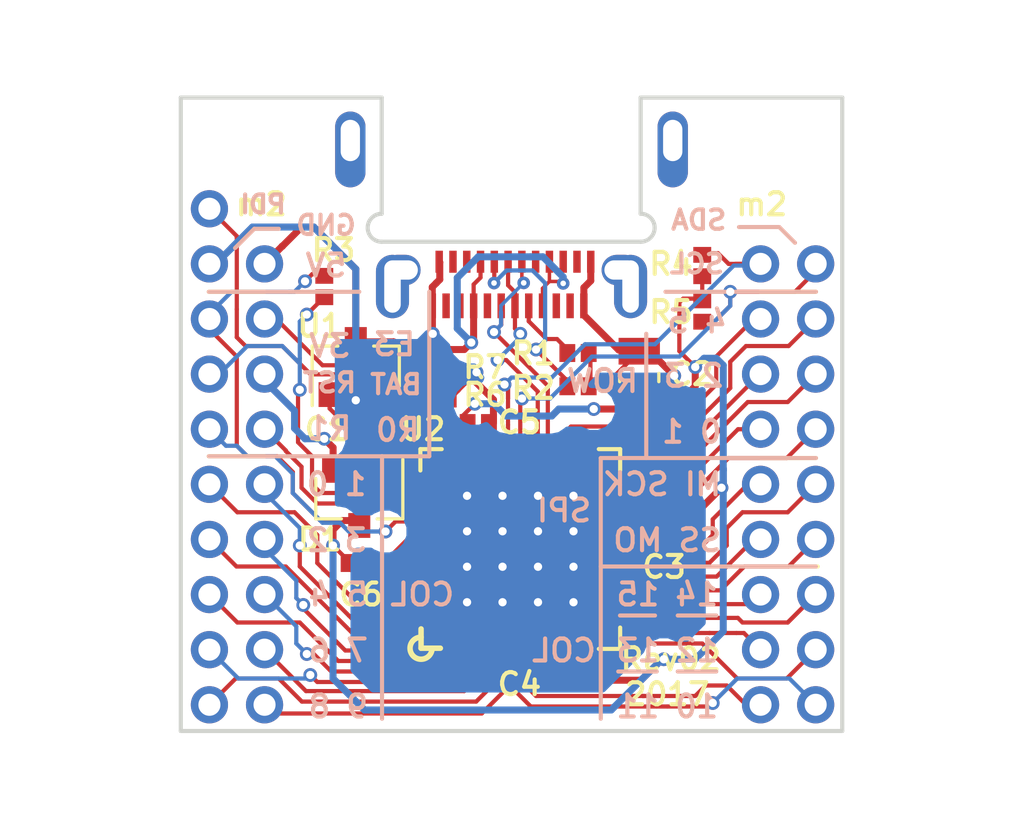
<source format=kicad_pcb>
(kicad_pcb (version 4) (host pcbnew 4.0.7)

  (general
    (links 105)
    (no_connects 3)
    (area 195.885999 92.888999 220.039001 116.026001)
    (thickness 1.6)
    (drawings 65)
    (tracks 649)
    (zones 0)
    (modules 22)
    (nets 55)
  )

  (page A4)
  (layers
    (0 F.Cu signal)
    (31 B.Cu signal)
    (32 B.Adhes user)
    (33 F.Adhes user)
    (34 B.Paste user)
    (35 F.Paste user)
    (36 B.SilkS user)
    (37 F.SilkS user)
    (38 B.Mask user)
    (39 F.Mask user)
    (40 Dwgs.User user)
    (41 Cmts.User user)
    (42 Eco1.User user)
    (43 Eco2.User user)
    (44 Edge.Cuts user)
    (45 Margin user)
    (46 B.CrtYd user)
    (47 F.CrtYd user)
    (48 B.Fab user)
    (49 F.Fab user)
  )

  (setup
    (last_trace_width 0.1524)
    (trace_clearance 0.1524)
    (zone_clearance 0.508)
    (zone_45_only no)
    (trace_min 0.127)
    (segment_width 0.15)
    (edge_width 0.15)
    (via_size 0.5)
    (via_drill 0.3)
    (via_min_size 0.4572)
    (via_min_drill 0.2032)
    (uvia_size 0.3)
    (uvia_drill 0.1)
    (uvias_allowed no)
    (uvia_min_size 0)
    (uvia_min_drill 0)
    (pcb_text_width 0.3)
    (pcb_text_size 1.5 1.5)
    (mod_edge_width 0.15)
    (mod_text_size 1 1)
    (mod_text_width 0.15)
    (pad_size 3 3)
    (pad_drill 2.2)
    (pad_to_mask_clearance 0.0381)
    (solder_mask_min_width 0.0508)
    (pad_to_paste_clearance -0.07)
    (aux_axis_origin 0 0)
    (visible_elements FFFEFF3F)
    (pcbplotparams
      (layerselection 0x010f8_80000001)
      (usegerberextensions true)
      (excludeedgelayer true)
      (linewidth 0.100000)
      (plotframeref false)
      (viasonmask false)
      (mode 1)
      (useauxorigin false)
      (hpglpennumber 1)
      (hpglpenspeed 20)
      (hpglpendiameter 15)
      (hpglpenoverlay 2)
      (psnegative false)
      (psa4output false)
      (plotreference true)
      (plotvalue true)
      (plotinvisibletext false)
      (padsonsilk false)
      (subtractmaskfromsilk false)
      (outputformat 1)
      (mirror false)
      (drillshape 0)
      (scaleselection 1)
      (outputdirectory test-gerber))
  )

  (net 0 "")
  (net 1 +5V)
  (net 2 GND)
  (net 3 +3V3)
  (net 4 "Net-(J1-Pad0)")
  (net 5 "Net-(J1-PadA2)")
  (net 6 "Net-(J1-PadA3)")
  (net 7 "Net-(J1-PadA5)")
  (net 8 /D+)
  (net 9 /D-)
  (net 10 "Net-(J1-PadA8)")
  (net 11 "Net-(J1-PadA10)")
  (net 12 "Net-(J1-PadA11)")
  (net 13 "Net-(J1-PadB11)")
  (net 14 "Net-(J1-PadB10)")
  (net 15 "Net-(J1-PadB8)")
  (net 16 "Net-(J1-PadB5)")
  (net 17 "Net-(J1-PadB3)")
  (net 18 "Net-(J1-PadB2)")
  (net 19 /PE3)
  (net 20 /PDI)
  (net 21 /PCL)
  (net 22 /PR1)
  (net 23 /PA0)
  (net 24 /PA1)
  (net 25 /PA2)
  (net 26 /PA3)
  (net 27 /PA4)
  (net 28 /PA5)
  (net 29 /PA6)
  (net 30 /PA7)
  (net 31 /PB0)
  (net 32 /PB1)
  (net 33 /PE1)
  (net 34 /PE0)
  (net 35 /PD5)
  (net 36 /PD4)
  (net 37 /PD3)
  (net 38 /PD2)
  (net 39 /PD1)
  (net 40 /PD0)
  (net 41 /PC7)
  (net 42 /PC6)
  (net 43 /PC5)
  (net 44 /PC4)
  (net 45 /PC3)
  (net 46 /PC2)
  (net 47 /PC1)
  (net 48 /PC0)
  (net 49 /PB3)
  (net 50 /PB2)
  (net 51 "Net-(C1-Pad2)")
  (net 52 "Net-(R6-Pad2)")
  (net 53 /PR0)
  (net 54 +BATT)

  (net_class Default "This is the default net class."
    (clearance 0.1524)
    (trace_width 0.1524)
    (via_dia 0.5)
    (via_drill 0.3)
    (uvia_dia 0.3)
    (uvia_drill 0.1)
    (add_net +BATT)
    (add_net /D+)
    (add_net /PA0)
    (add_net /PA1)
    (add_net /PA2)
    (add_net /PA3)
    (add_net /PA4)
    (add_net /PA5)
    (add_net /PA6)
    (add_net /PA7)
    (add_net /PB0)
    (add_net /PB1)
    (add_net /PB2)
    (add_net /PB3)
    (add_net /PC0)
    (add_net /PC1)
    (add_net /PC2)
    (add_net /PC3)
    (add_net /PC4)
    (add_net /PC5)
    (add_net /PC6)
    (add_net /PC7)
    (add_net /PCL)
    (add_net /PD0)
    (add_net /PD1)
    (add_net /PD2)
    (add_net /PD3)
    (add_net /PD4)
    (add_net /PD5)
    (add_net /PDI)
    (add_net /PE0)
    (add_net /PE1)
    (add_net /PE3)
    (add_net /PR0)
    (add_net /PR1)
    (add_net "Net-(C1-Pad2)")
    (add_net "Net-(J1-Pad0)")
    (add_net "Net-(J1-PadA10)")
    (add_net "Net-(J1-PadA11)")
    (add_net "Net-(J1-PadA2)")
    (add_net "Net-(J1-PadA3)")
    (add_net "Net-(J1-PadA8)")
    (add_net "Net-(J1-PadB10)")
    (add_net "Net-(J1-PadB11)")
    (add_net "Net-(J1-PadB2)")
    (add_net "Net-(J1-PadB3)")
    (add_net "Net-(J1-PadB8)")
    (add_net "Net-(R6-Pad2)")
  )

  (net_class 5v ""
    (clearance 0.1524)
    (trace_width 0.254)
    (via_dia 0.5)
    (via_drill 0.3)
    (uvia_dia 0.3)
    (uvia_drill 0.1)
    (add_net +5V)
  )

  (net_class temp ""
    (clearance 0.1524)
    (trace_width 0.1524)
    (via_dia 0.5)
    (via_drill 0.3)
    (uvia_dia 0.3)
    (uvia_drill 0.1)
    (add_net +3V3)
    (add_net GND)
  )

  (net_class tiny ""
    (clearance 0.127)
    (trace_width 0.127)
    (via_dia 0.4572)
    (via_drill 0.2032)
    (uvia_dia 0.3)
    (uvia_drill 0.1)
    (add_net /D-)
    (add_net "Net-(J1-PadA5)")
    (add_net "Net-(J1-PadB5)")
  )

  (net_class vbat ""
    (clearance 0.1524)
    (trace_width 0.254)
    (via_dia 0.5)
    (via_drill 0.3)
    (uvia_dia 0.3)
    (uvia_drill 0.1)
  )

  (module Conn_PinHeader_2.00mm:PinHeader_2x09_P2.00mm_Vertical (layer F.Cu) (tedit 5A24E0B8) (tstamp 5A2A0A2C)
    (at 197 99)
    (descr "Through hole straight pin header, 2x09, 2.00mm pitch, double rows")
    (tags "Through hole pin header THT 2x09 2.00mm double row")
    (path /59BE116E)
    (fp_text reference J2 (at -2 0) (layer Cmts.User)
      (effects (font (size 1 1) (thickness 0.15)))
    )
    (fp_text value Conn_02x09_Odd_Even (at 1 18.06) (layer F.Fab)
      (effects (font (size 1 1) (thickness 0.15)))
    )
    (fp_line (start 0 -1) (end 3 -1) (layer F.Fab) (width 0.1))
    (fp_line (start 3 -1) (end 3 17) (layer F.Fab) (width 0.1))
    (fp_line (start 3 17) (end -1 17) (layer F.Fab) (width 0.1))
    (fp_line (start -1 17) (end -1 0) (layer F.Fab) (width 0.1))
    (fp_line (start -1 0) (end 0 -1) (layer F.Fab) (width 0.1))
    (fp_line (start -1.5 -1.5) (end -1.5 17.5) (layer F.CrtYd) (width 0.05))
    (fp_line (start -1.5 17.5) (end 3.5 17.5) (layer F.CrtYd) (width 0.05))
    (fp_line (start 3.5 17.5) (end 3.5 -1.5) (layer F.CrtYd) (width 0.05))
    (fp_line (start 3.5 -1.5) (end -1.5 -1.5) (layer F.CrtYd) (width 0.05))
    (fp_text user %R (at 1 8 90) (layer F.Fab)
      (effects (font (size 1 1) (thickness 0.15)))
    )
    (pad 1 thru_hole circle (at 0 0) (size 1.35 1.35) (drill 0.8) (layers *.Cu *.Mask)
      (net 2 GND))
    (pad 2 thru_hole oval (at 2 0) (size 1.35 1.35) (drill 0.8) (layers *.Cu *.Mask)
      (net 1 +5V))
    (pad 3 thru_hole oval (at 0 2) (size 1.35 1.35) (drill 0.8) (layers *.Cu *.Mask)
      (net 3 +3V3))
    (pad 4 thru_hole oval (at 2 2) (size 1.35 1.35) (drill 0.8) (layers *.Cu *.Mask)
      (net 19 /PE3))
    (pad 5 thru_hole oval (at 0 4) (size 1.35 1.35) (drill 0.8) (layers *.Cu *.Mask)
      (net 21 /PCL))
    (pad 6 thru_hole oval (at 2 4) (size 1.35 1.35) (drill 0.8) (layers *.Cu *.Mask)
      (net 54 +BATT))
    (pad 7 thru_hole oval (at 0 6) (size 1.35 1.35) (drill 0.8) (layers *.Cu *.Mask)
      (net 22 /PR1))
    (pad 8 thru_hole oval (at 2 6) (size 1.35 1.35) (drill 0.8) (layers *.Cu *.Mask)
      (net 53 /PR0))
    (pad 9 thru_hole oval (at 0 8) (size 1.35 1.35) (drill 0.8) (layers *.Cu *.Mask)
      (net 23 /PA0))
    (pad 10 thru_hole oval (at 2 8) (size 1.35 1.35) (drill 0.8) (layers *.Cu *.Mask)
      (net 24 /PA1))
    (pad 11 thru_hole oval (at 0 10) (size 1.35 1.35) (drill 0.8) (layers *.Cu *.Mask)
      (net 25 /PA2))
    (pad 12 thru_hole oval (at 2 10) (size 1.35 1.35) (drill 0.8) (layers *.Cu *.Mask)
      (net 26 /PA3))
    (pad 13 thru_hole oval (at 0 12) (size 1.35 1.35) (drill 0.8) (layers *.Cu *.Mask)
      (net 27 /PA4))
    (pad 14 thru_hole oval (at 2 12) (size 1.35 1.35) (drill 0.8) (layers *.Cu *.Mask)
      (net 28 /PA5))
    (pad 15 thru_hole oval (at 0 14) (size 1.35 1.35) (drill 0.8) (layers *.Cu *.Mask)
      (net 29 /PA6))
    (pad 16 thru_hole oval (at 2 14) (size 1.35 1.35) (drill 0.8) (layers *.Cu *.Mask)
      (net 30 /PA7))
    (pad 17 thru_hole oval (at 0 16) (size 1.35 1.35) (drill 0.8) (layers *.Cu *.Mask)
      (net 31 /PB0))
    (pad 18 thru_hole oval (at 2 16) (size 1.35 1.35) (drill 0.8) (layers *.Cu *.Mask)
      (net 32 /PB1))
    (model ${KISYS3DMOD}/Conn_PinHeader_2.00mm.3dshapes/PinHeader_2x09_P2.00mm_Vertical.wrl
      (at (xyz 0 0 0))
      (scale (xyz 1 1 1))
      (rotate (xyz 0 0 0))
    )
  )

  (module Conn_PinHeader_2.00mm:PinHeader_1x01_P2.00mm_Vertical (layer F.Cu) (tedit 5A24E0B7) (tstamp 5A2A0A53)
    (at 197 97)
    (descr "Through hole straight pin header, 1x01, 2.00mm pitch, single row")
    (tags "Through hole pin header THT 1x01 2.00mm single row")
    (path /59107B07)
    (fp_text reference J3 (at -2 0) (layer Cmts.User)
      (effects (font (size 1 1) (thickness 0.15)))
    )
    (fp_text value CONN_01X01 (at 0 2.06) (layer F.Fab)
      (effects (font (size 1 1) (thickness 0.15)))
    )
    (fp_line (start -0.5 -1) (end 1 -1) (layer F.Fab) (width 0.1))
    (fp_line (start 1 -1) (end 1 1) (layer F.Fab) (width 0.1))
    (fp_line (start 1 1) (end -1 1) (layer F.Fab) (width 0.1))
    (fp_line (start -1 1) (end -1 -0.5) (layer F.Fab) (width 0.1))
    (fp_line (start -1 -0.5) (end -0.5 -1) (layer F.Fab) (width 0.1))
    (fp_line (start -1.5 -1.5) (end -1.5 1.5) (layer F.CrtYd) (width 0.05))
    (fp_line (start -1.5 1.5) (end 1.5 1.5) (layer F.CrtYd) (width 0.05))
    (fp_line (start 1.5 1.5) (end 1.5 -1.5) (layer F.CrtYd) (width 0.05))
    (fp_line (start 1.5 -1.5) (end -1.5 -1.5) (layer F.CrtYd) (width 0.05))
    (fp_text user %R (at 0 0 90) (layer F.Fab)
      (effects (font (size 1 1) (thickness 0.15)))
    )
    (pad 1 thru_hole circle (at 0 0) (size 1.35 1.35) (drill 0.8) (layers *.Cu *.Mask)
      (net 20 /PDI))
    (model ${KISYS3DMOD}/Conn_PinHeader_2.00mm.3dshapes/PinHeader_1x01_P2.00mm_Vertical.wrl
      (at (xyz 0 0 0))
      (scale (xyz 1 1 1))
      (rotate (xyz 0 0 0))
    )
  )

  (module Conn_PinHeader_2.00mm:PinHeader_2x09_P2.00mm_Vertical (layer F.Cu) (tedit 5A24E0A3) (tstamp 5A2A0A67)
    (at 217 99)
    (descr "Through hole straight pin header, 2x09, 2.00mm pitch, double rows")
    (tags "Through hole pin header THT 2x09 2.00mm double row")
    (path /59BE1233)
    (fp_text reference J4 (at 2 -1.5) (layer Cmts.User)
      (effects (font (size 1 1) (thickness 0.15)))
    )
    (fp_text value Conn_02x09_Odd_Even (at 1 18.06) (layer F.Fab)
      (effects (font (size 1 1) (thickness 0.15)))
    )
    (fp_line (start 0 -1) (end 3 -1) (layer F.Fab) (width 0.1))
    (fp_line (start 3 -1) (end 3 17) (layer F.Fab) (width 0.1))
    (fp_line (start 3 17) (end -1 17) (layer F.Fab) (width 0.1))
    (fp_line (start -1 17) (end -1 0) (layer F.Fab) (width 0.1))
    (fp_line (start -1 0) (end 0 -1) (layer F.Fab) (width 0.1))
    (fp_line (start -1.5 -1.5) (end -1.5 17.5) (layer F.CrtYd) (width 0.05))
    (fp_line (start -1.5 17.5) (end 3.5 17.5) (layer F.CrtYd) (width 0.05))
    (fp_line (start 3.5 17.5) (end 3.5 -1.5) (layer F.CrtYd) (width 0.05))
    (fp_line (start 3.5 -1.5) (end -1.5 -1.5) (layer F.CrtYd) (width 0.05))
    (fp_text user %R (at 1 8 90) (layer F.Fab)
      (effects (font (size 1 1) (thickness 0.15)))
    )
    (pad 1 thru_hole circle (at 0 0) (size 1.35 1.35) (drill 0.8) (layers *.Cu *.Mask)
      (net 33 /PE1))
    (pad 2 thru_hole oval (at 2 0) (size 1.35 1.35) (drill 0.8) (layers *.Cu *.Mask)
      (net 34 /PE0))
    (pad 3 thru_hole oval (at 0 2) (size 1.35 1.35) (drill 0.8) (layers *.Cu *.Mask)
      (net 35 /PD5))
    (pad 4 thru_hole oval (at 2 2) (size 1.35 1.35) (drill 0.8) (layers *.Cu *.Mask)
      (net 36 /PD4))
    (pad 5 thru_hole oval (at 0 4) (size 1.35 1.35) (drill 0.8) (layers *.Cu *.Mask)
      (net 37 /PD3))
    (pad 6 thru_hole oval (at 2 4) (size 1.35 1.35) (drill 0.8) (layers *.Cu *.Mask)
      (net 38 /PD2))
    (pad 7 thru_hole oval (at 0 6) (size 1.35 1.35) (drill 0.8) (layers *.Cu *.Mask)
      (net 39 /PD1))
    (pad 8 thru_hole oval (at 2 6) (size 1.35 1.35) (drill 0.8) (layers *.Cu *.Mask)
      (net 40 /PD0))
    (pad 9 thru_hole oval (at 0 8) (size 1.35 1.35) (drill 0.8) (layers *.Cu *.Mask)
      (net 41 /PC7))
    (pad 10 thru_hole oval (at 2 8) (size 1.35 1.35) (drill 0.8) (layers *.Cu *.Mask)
      (net 42 /PC6))
    (pad 11 thru_hole oval (at 0 10) (size 1.35 1.35) (drill 0.8) (layers *.Cu *.Mask)
      (net 43 /PC5))
    (pad 12 thru_hole oval (at 2 10) (size 1.35 1.35) (drill 0.8) (layers *.Cu *.Mask)
      (net 44 /PC4))
    (pad 13 thru_hole oval (at 0 12) (size 1.35 1.35) (drill 0.8) (layers *.Cu *.Mask)
      (net 45 /PC3))
    (pad 14 thru_hole oval (at 2 12) (size 1.35 1.35) (drill 0.8) (layers *.Cu *.Mask)
      (net 46 /PC2))
    (pad 15 thru_hole oval (at 0 14) (size 1.35 1.35) (drill 0.8) (layers *.Cu *.Mask)
      (net 47 /PC1))
    (pad 16 thru_hole oval (at 2 14) (size 1.35 1.35) (drill 0.8) (layers *.Cu *.Mask)
      (net 48 /PC0))
    (pad 17 thru_hole oval (at 0 16) (size 1.35 1.35) (drill 0.8) (layers *.Cu *.Mask)
      (net 49 /PB3))
    (pad 18 thru_hole oval (at 2 16) (size 1.35 1.35) (drill 0.8) (layers *.Cu *.Mask)
      (net 50 /PB2))
    (model ${KISYS3DMOD}/Conn_PinHeader_2.00mm.3dshapes/PinHeader_2x09_P2.00mm_Vertical.wrl
      (at (xyz 0 0 0))
      (scale (xyz 1 1 1))
      (rotate (xyz 0 0 0))
    )
  )

  (module Mounting_Holes:MountingHole_2.2mm_M2 locked (layer F.Cu) (tedit 5910EA1F) (tstamp 591005CD)
    (at 198.882 94.996)
    (descr "Mounting Hole 2.2mm, no annular, M2")
    (tags "mounting hole 2.2mm no annular m2")
    (fp_text reference REF** (at 0 -3.2) (layer F.SilkS) hide
      (effects (font (size 1 1) (thickness 0.15)))
    )
    (fp_text value MountingHole_2.2mm_M2 (at 0 3.2) (layer F.Fab)
      (effects (font (size 1 1) (thickness 0.15)))
    )
    (fp_circle (center 0 0) (end 2.2 0) (layer Cmts.User) (width 0.15))
    (fp_circle (center 0 0) (end 2.45 0) (layer F.CrtYd) (width 0.05))
    (pad 1 np_thru_hole circle (at 0 0) (size 2.2 2.2) (drill 2.2) (layers *.Cu *.Mask))
  )

  (module Mounting_Holes:MountingHole_2.2mm_M2 locked (layer F.Cu) (tedit 5910EA24) (tstamp 59100503)
    (at 217.043 94.996)
    (descr "Mounting Hole 2.2mm, no annular, M2")
    (tags "mounting hole 2.2mm no annular m2")
    (fp_text reference REF** (at 0 -3.2) (layer F.SilkS) hide
      (effects (font (size 1 1) (thickness 0.15)))
    )
    (fp_text value MountingHole_2.2mm_M2 (at 0 3.2) (layer F.Fab)
      (effects (font (size 1 1) (thickness 0.15)))
    )
    (fp_circle (center 0 0) (end 2.2 0) (layer Cmts.User) (width 0.15))
    (fp_circle (center 0 0) (end 2.45 0) (layer F.CrtYd) (width 0.05))
    (pad 1 np_thru_hole circle (at 0 0) (size 2.2 2.2) (drill 2.2) (layers *.Cu *.Mask))
  )

  (module qfn:QFN-44-1EP_7x7mm_Pitch0.5mm_Alt_Silk (layer F.Cu) (tedit 5A24E11E) (tstamp 59BDA6F2)
    (at 208.28 109.347 90)
    (descr "UK Package; 44-Lead Plastic QFN (7mm x 7mm); (see Linear Technology QFN_44_05-08-1763.pdf)")
    (tags "QFN 0.5")
    (path /59BDA832)
    (attr smd)
    (fp_text reference U2 (at 4.347 -3.53 180) (layer F.SilkS)
      (effects (font (size 0.8 0.8) (thickness 0.15)))
    )
    (fp_text value ATXMEGA16A4U-MH_EPAD (at 0 4.75 90) (layer F.Fab)
      (effects (font (size 1 1) (thickness 0.15)))
    )
    (fp_line (start -2.9 -3.6) (end -3.6 -3.6) (layer F.SilkS) (width 0.2))
    (fp_arc (start -3.6 -3.6) (end -3.6 -3.2) (angle 270) (layer F.SilkS) (width 0.2))
    (fp_line (start -3.6 -3.6) (end -3.6 -2.9) (layer F.SilkS) (width 0.2))
    (fp_line (start -2.5 -3.5) (end 3.5 -3.5) (layer F.Fab) (width 0.15))
    (fp_line (start 3.5 -3.5) (end 3.5 3.5) (layer F.Fab) (width 0.15))
    (fp_line (start 3.5 3.5) (end -3.5 3.5) (layer F.Fab) (width 0.15))
    (fp_line (start -3.5 3.5) (end -3.5 -2.5) (layer F.Fab) (width 0.15))
    (fp_line (start -3.5 -2.5) (end -2.5 -3.5) (layer F.Fab) (width 0.15))
    (fp_line (start -4 -4) (end -4 4) (layer F.CrtYd) (width 0.05))
    (fp_line (start 4 -4) (end 4 4) (layer F.CrtYd) (width 0.05))
    (fp_line (start -4 -4) (end 4 -4) (layer F.CrtYd) (width 0.05))
    (fp_line (start -4 4) (end 4 4) (layer F.CrtYd) (width 0.05))
    (fp_line (start 3.625 -3.625) (end 3.625 -2.85) (layer F.SilkS) (width 0.15))
    (fp_line (start -3.625 3.625) (end -3.625 2.85) (layer F.SilkS) (width 0.15))
    (fp_line (start 3.625 3.625) (end 3.625 2.85) (layer F.SilkS) (width 0.15))
    (fp_line (start -3.625 3.625) (end -2.85 3.625) (layer F.SilkS) (width 0.15))
    (fp_line (start 3.625 3.625) (end 2.85 3.625) (layer F.SilkS) (width 0.15))
    (fp_line (start 3.625 -3.625) (end 2.85 -3.625) (layer F.SilkS) (width 0.15))
    (pad 1 smd rect (at -3.4 -2.5 90) (size 0.7 0.25) (layers F.Cu F.Paste F.Mask)
      (net 28 /PA5))
    (pad 2 smd rect (at -3.4 -2 90) (size 0.7 0.25) (layers F.Cu F.Paste F.Mask)
      (net 29 /PA6))
    (pad 3 smd rect (at -3.4 -1.5 90) (size 0.7 0.25) (layers F.Cu F.Paste F.Mask)
      (net 30 /PA7))
    (pad 4 smd rect (at -3.4 -1 90) (size 0.7 0.25) (layers F.Cu F.Paste F.Mask)
      (net 31 /PB0))
    (pad 5 smd rect (at -3.4 -0.5 90) (size 0.7 0.25) (layers F.Cu F.Paste F.Mask)
      (net 32 /PB1))
    (pad 6 smd rect (at -3.4 0 90) (size 0.7 0.25) (layers F.Cu F.Paste F.Mask)
      (net 50 /PB2))
    (pad 7 smd rect (at -3.4 0.5 90) (size 0.7 0.25) (layers F.Cu F.Paste F.Mask)
      (net 49 /PB3))
    (pad 8 smd rect (at -3.4 1 90) (size 0.7 0.25) (layers F.Cu F.Paste F.Mask)
      (net 2 GND))
    (pad 9 smd rect (at -3.4 1.5 90) (size 0.7 0.25) (layers F.Cu F.Paste F.Mask)
      (net 3 +3V3))
    (pad 10 smd rect (at -3.4 2 90) (size 0.7 0.25) (layers F.Cu F.Paste F.Mask)
      (net 48 /PC0))
    (pad 11 smd rect (at -3.4 2.5 90) (size 0.7 0.25) (layers F.Cu F.Paste F.Mask)
      (net 47 /PC1))
    (pad 12 smd rect (at -2.5 3.4 180) (size 0.7 0.25) (layers F.Cu F.Paste F.Mask)
      (net 46 /PC2))
    (pad 13 smd rect (at -2 3.4 180) (size 0.7 0.25) (layers F.Cu F.Paste F.Mask)
      (net 45 /PC3))
    (pad 14 smd rect (at -1.5 3.4 180) (size 0.7 0.25) (layers F.Cu F.Paste F.Mask)
      (net 44 /PC4))
    (pad 15 smd rect (at -1 3.4 180) (size 0.7 0.25) (layers F.Cu F.Paste F.Mask)
      (net 43 /PC5))
    (pad 16 smd rect (at -0.5 3.4 180) (size 0.7 0.25) (layers F.Cu F.Paste F.Mask)
      (net 42 /PC6))
    (pad 17 smd rect (at 0 3.4 180) (size 0.7 0.25) (layers F.Cu F.Paste F.Mask)
      (net 41 /PC7))
    (pad 18 smd rect (at 0.5 3.4 180) (size 0.7 0.25) (layers F.Cu F.Paste F.Mask)
      (net 2 GND))
    (pad 19 smd rect (at 1 3.4 180) (size 0.7 0.25) (layers F.Cu F.Paste F.Mask)
      (net 3 +3V3))
    (pad 20 smd rect (at 1.5 3.4 180) (size 0.7 0.25) (layers F.Cu F.Paste F.Mask)
      (net 40 /PD0))
    (pad 21 smd rect (at 2 3.4 180) (size 0.7 0.25) (layers F.Cu F.Paste F.Mask)
      (net 39 /PD1))
    (pad 22 smd rect (at 2.5 3.4 180) (size 0.7 0.25) (layers F.Cu F.Paste F.Mask)
      (net 38 /PD2))
    (pad 23 smd rect (at 3.4 2.5 90) (size 0.7 0.25) (layers F.Cu F.Paste F.Mask)
      (net 37 /PD3))
    (pad 24 smd rect (at 3.4 2 90) (size 0.7 0.25) (layers F.Cu F.Paste F.Mask)
      (net 36 /PD4))
    (pad 25 smd rect (at 3.4 1.5 90) (size 0.7 0.25) (layers F.Cu F.Paste F.Mask)
      (net 35 /PD5))
    (pad 26 smd rect (at 3.4 1 90) (size 0.7 0.25) (layers F.Cu F.Paste F.Mask)
      (net 9 /D-))
    (pad 27 smd rect (at 3.4 0.5 90) (size 0.7 0.25) (layers F.Cu F.Paste F.Mask)
      (net 8 /D+))
    (pad 28 smd rect (at 3.4 0 90) (size 0.7 0.25) (layers F.Cu F.Paste F.Mask)
      (net 34 /PE0))
    (pad 29 smd rect (at 3.4 -0.5 90) (size 0.7 0.25) (layers F.Cu F.Paste F.Mask)
      (net 33 /PE1))
    (pad 30 smd rect (at 3.4 -1 90) (size 0.7 0.25) (layers F.Cu F.Paste F.Mask)
      (net 2 GND))
    (pad 31 smd rect (at 3.4 -1.5 90) (size 0.7 0.25) (layers F.Cu F.Paste F.Mask)
      (net 3 +3V3))
    (pad 32 smd rect (at 3.4 -2 90) (size 0.7 0.25) (layers F.Cu F.Paste F.Mask)
      (net 52 "Net-(R6-Pad2)"))
    (pad 33 smd rect (at 3.4 -2.5 90) (size 0.7 0.25) (layers F.Cu F.Paste F.Mask)
      (net 19 /PE3))
    (pad 34 smd rect (at 2.5 -3.4 180) (size 0.7 0.25) (layers F.Cu F.Paste F.Mask)
      (net 20 /PDI))
    (pad 35 smd rect (at 2 -3.4 180) (size 0.7 0.25) (layers F.Cu F.Paste F.Mask)
      (net 21 /PCL))
    (pad 36 smd rect (at 1.5 -3.4 180) (size 0.7 0.25) (layers F.Cu F.Paste F.Mask)
      (net 53 /PR0))
    (pad 37 smd rect (at 1 -3.4 180) (size 0.7 0.25) (layers F.Cu F.Paste F.Mask)
      (net 22 /PR1))
    (pad 38 smd rect (at 0.5 -3.4 180) (size 0.7 0.25) (layers F.Cu F.Paste F.Mask)
      (net 2 GND))
    (pad 39 smd rect (at 0 -3.4 180) (size 0.7 0.25) (layers F.Cu F.Paste F.Mask)
      (net 3 +3V3))
    (pad 40 smd rect (at -0.5 -3.4 180) (size 0.7 0.25) (layers F.Cu F.Paste F.Mask)
      (net 23 /PA0))
    (pad 41 smd rect (at -1 -3.4 180) (size 0.7 0.25) (layers F.Cu F.Paste F.Mask)
      (net 24 /PA1))
    (pad 42 smd rect (at -1.5 -3.4 180) (size 0.7 0.25) (layers F.Cu F.Paste F.Mask)
      (net 25 /PA2))
    (pad 43 smd rect (at -2 -3.4 180) (size 0.7 0.25) (layers F.Cu F.Paste F.Mask)
      (net 26 /PA3))
    (pad 44 smd rect (at -2.5 -3.4 180) (size 0.7 0.25) (layers F.Cu F.Paste F.Mask)
      (net 27 /PA4))
    (pad 45 smd rect (at 1.93125 1.93125 90) (size 1.2875 1.2875) (layers F.Cu F.Paste F.Mask)
      (net 2 GND) (solder_paste_margin_ratio -0.2))
    (pad 45 smd rect (at 1.93125 0.64375 90) (size 1.2875 1.2875) (layers F.Cu F.Paste F.Mask)
      (net 2 GND) (solder_paste_margin_ratio -0.2))
    (pad 45 smd rect (at 1.93125 -0.64375 90) (size 1.2875 1.2875) (layers F.Cu F.Paste F.Mask)
      (net 2 GND) (solder_paste_margin_ratio -0.2))
    (pad 45 smd rect (at 1.93125 -1.93125 90) (size 1.2875 1.2875) (layers F.Cu F.Paste F.Mask)
      (net 2 GND) (solder_paste_margin_ratio -0.2))
    (pad 45 smd rect (at 0.64375 1.93125 90) (size 1.2875 1.2875) (layers F.Cu F.Paste F.Mask)
      (net 2 GND) (solder_paste_margin_ratio -0.2))
    (pad 45 smd rect (at 0.64375 0.64375 90) (size 1.2875 1.2875) (layers F.Cu F.Paste F.Mask)
      (net 2 GND) (solder_paste_margin_ratio -0.2))
    (pad 45 smd rect (at 0.64375 -0.64375 90) (size 1.2875 1.2875) (layers F.Cu F.Paste F.Mask)
      (net 2 GND) (solder_paste_margin_ratio -0.2))
    (pad 45 smd rect (at 0.64375 -1.93125 90) (size 1.2875 1.2875) (layers F.Cu F.Paste F.Mask)
      (net 2 GND) (solder_paste_margin_ratio -0.2))
    (pad 45 smd rect (at -0.64375 1.93125 90) (size 1.2875 1.2875) (layers F.Cu F.Paste F.Mask)
      (net 2 GND) (solder_paste_margin_ratio -0.2))
    (pad 45 smd rect (at -0.64375 0.64375 90) (size 1.2875 1.2875) (layers F.Cu F.Paste F.Mask)
      (net 2 GND) (solder_paste_margin_ratio -0.2))
    (pad 45 smd rect (at -0.64375 -0.64375 90) (size 1.2875 1.2875) (layers F.Cu F.Paste F.Mask)
      (net 2 GND) (solder_paste_margin_ratio -0.2))
    (pad 45 smd rect (at -0.64375 -1.93125 90) (size 1.2875 1.2875) (layers F.Cu F.Paste F.Mask)
      (net 2 GND) (solder_paste_margin_ratio -0.2))
    (pad 45 smd rect (at -1.93125 1.93125 90) (size 1.2875 1.2875) (layers F.Cu F.Paste F.Mask)
      (net 2 GND) (solder_paste_margin_ratio -0.2))
    (pad 45 smd rect (at -1.93125 0.64375 90) (size 1.2875 1.2875) (layers F.Cu F.Paste F.Mask)
      (net 2 GND) (solder_paste_margin_ratio -0.2))
    (pad 45 smd rect (at -1.93125 -0.64375 90) (size 1.2875 1.2875) (layers F.Cu F.Paste F.Mask)
      (net 2 GND) (solder_paste_margin_ratio -0.2))
    (pad 45 smd rect (at -1.93125 -1.93125 90) (size 1.2875 1.2875) (layers F.Cu F.Paste F.Mask)
      (net 2 GND) (solder_paste_margin_ratio -0.2))
    (model Housings_DFN_QFN.3dshapes/QFN-44-1EP_7x7mm_Pitch0.5mm.wrl
      (at (xyz 0 0 0))
      (scale (xyz 1 1 1))
      (rotate (xyz 0 0 0))
    )
  )

  (module Capacitor_SMD:C_0402_1005Metric (layer F.Cu) (tedit 5A24E032) (tstamp 5A2A09E0)
    (at 202.7682 105.1052)
    (descr "Capacitor SMD 0402 (1005 Metric), square (rectangular) end terminal, IPC_7351 nominal, (Body size source: http://www.tortai-tech.com/upload/download/2011102023233369053.pdf), generated with kicad-footprint-generator")
    (tags capacitor)
    (path /5912FD33)
    (attr smd)
    (fp_text reference C1 (at -1.5182 -0.1052) (layer F.SilkS)
      (effects (font (size 0.8 0.8) (thickness 0.15)))
    )
    (fp_text value 1uF (at 0 1.5) (layer F.Fab)
      (effects (font (size 1 1) (thickness 0.15)))
    )
    (fp_line (start -0.5 0.25) (end -0.5 -0.25) (layer F.Fab) (width 0.1))
    (fp_line (start -0.5 -0.25) (end 0.5 -0.25) (layer F.Fab) (width 0.1))
    (fp_line (start 0.5 -0.25) (end 0.5 0.25) (layer F.Fab) (width 0.1))
    (fp_line (start 0.5 0.25) (end -0.5 0.25) (layer F.Fab) (width 0.1))
    (fp_line (start -0.82 0.48) (end -0.82 -0.48) (layer F.CrtYd) (width 0.05))
    (fp_line (start -0.82 -0.48) (end 0.82 -0.48) (layer F.CrtYd) (width 0.05))
    (fp_line (start 0.82 -0.48) (end 0.82 0.48) (layer F.CrtYd) (width 0.05))
    (fp_line (start 0.82 0.48) (end -0.82 0.48) (layer F.CrtYd) (width 0.05))
    (fp_text user %R (at 0 -0.88) (layer F.Fab)
      (effects (font (size 0.5 0.5) (thickness 0.08)))
    )
    (pad 1 smd rect (at -0.3875 0) (size 0.575 0.65) (layers F.Cu F.Paste F.Mask)
      (net 2 GND))
    (pad 2 smd rect (at 0.3875 0) (size 0.575 0.65) (layers F.Cu F.Paste F.Mask)
      (net 51 "Net-(C1-Pad2)"))
    (model ${KISYS3DMOD}/Capacitor_SMD.3dshapes/C_0402_1005Metric.wrl
      (at (xyz 0 0 0))
      (scale (xyz 1 1 1))
      (rotate (xyz 0 0 0))
    )
  )

  (module Capacitor_SMD:C_0805_2012Metric (layer F.Cu) (tedit 5A24E0F9) (tstamp 5A2A09E5)
    (at 212.598 103.124 270)
    (descr "Capacitor SMD 0805 (2012 Metric), square (rectangular) end terminal, IPC_7351 nominal, (Body size source: http://www.tortai-tech.com/upload/download/2011102023233369053.pdf), generated with kicad-footprint-generator")
    (tags capacitor)
    (path /5918049E)
    (attr smd)
    (fp_text reference C2 (at -0.124 -1.902 360) (layer F.SilkS)
      (effects (font (size 0.8 0.8) (thickness 0.15)))
    )
    (fp_text value 10uF (at 0 1.85 270) (layer F.Fab)
      (effects (font (size 1 1) (thickness 0.15)))
    )
    (fp_line (start -1 0.6) (end -1 -0.6) (layer F.Fab) (width 0.1))
    (fp_line (start -1 -0.6) (end 1 -0.6) (layer F.Fab) (width 0.1))
    (fp_line (start 1 -0.6) (end 1 0.6) (layer F.Fab) (width 0.1))
    (fp_line (start 1 0.6) (end -1 0.6) (layer F.Fab) (width 0.1))
    (fp_line (start -0.15 -0.71) (end 0.15 -0.71) (layer F.SilkS) (width 0.12))
    (fp_line (start -0.15 0.71) (end 0.15 0.71) (layer F.SilkS) (width 0.12))
    (fp_line (start -1.69 1) (end -1.69 -1) (layer F.CrtYd) (width 0.05))
    (fp_line (start -1.69 -1) (end 1.69 -1) (layer F.CrtYd) (width 0.05))
    (fp_line (start 1.69 -1) (end 1.69 1) (layer F.CrtYd) (width 0.05))
    (fp_line (start 1.69 1) (end -1.69 1) (layer F.CrtYd) (width 0.05))
    (fp_text user %R (at 0 0 270) (layer F.Fab)
      (effects (font (size 0.5 0.5) (thickness 0.08)))
    )
    (pad 1 smd rect (at -0.955 0 270) (size 0.97 1.5) (layers F.Cu F.Paste F.Mask)
      (net 2 GND))
    (pad 2 smd rect (at 0.955 0 270) (size 0.97 1.5) (layers F.Cu F.Paste F.Mask)
      (net 3 +3V3))
    (model ${KISYS3DMOD}/Capacitor_SMD.3dshapes/C_0805_2012Metric.wrl
      (at (xyz 0 0 0))
      (scale (xyz 1 1 1))
      (rotate (xyz 0 0 0))
    )
  )

  (module Capacitor_SMD:C_0402_1005Metric (layer F.Cu) (tedit 5A24E080) (tstamp 5A2A09EA)
    (at 213.4235 108.839)
    (descr "Capacitor SMD 0402 (1005 Metric), square (rectangular) end terminal, IPC_7351 nominal, (Body size source: http://www.tortai-tech.com/upload/download/2011102023233369053.pdf), generated with kicad-footprint-generator")
    (tags capacitor)
    (path /59100348)
    (attr smd)
    (fp_text reference C3 (at 0.0765 1.161) (layer F.SilkS)
      (effects (font (size 0.8 0.8) (thickness 0.15)))
    )
    (fp_text value 0.1uF (at 0 1.5) (layer F.Fab)
      (effects (font (size 1 1) (thickness 0.15)))
    )
    (fp_line (start -0.5 0.25) (end -0.5 -0.25) (layer F.Fab) (width 0.1))
    (fp_line (start -0.5 -0.25) (end 0.5 -0.25) (layer F.Fab) (width 0.1))
    (fp_line (start 0.5 -0.25) (end 0.5 0.25) (layer F.Fab) (width 0.1))
    (fp_line (start 0.5 0.25) (end -0.5 0.25) (layer F.Fab) (width 0.1))
    (fp_line (start -0.82 0.48) (end -0.82 -0.48) (layer F.CrtYd) (width 0.05))
    (fp_line (start -0.82 -0.48) (end 0.82 -0.48) (layer F.CrtYd) (width 0.05))
    (fp_line (start 0.82 -0.48) (end 0.82 0.48) (layer F.CrtYd) (width 0.05))
    (fp_line (start 0.82 0.48) (end -0.82 0.48) (layer F.CrtYd) (width 0.05))
    (fp_text user %R (at 0 -0.88) (layer F.Fab)
      (effects (font (size 0.5 0.5) (thickness 0.08)))
    )
    (pad 1 smd rect (at -0.3875 0) (size 0.575 0.65) (layers F.Cu F.Paste F.Mask)
      (net 2 GND))
    (pad 2 smd rect (at 0.3875 0) (size 0.575 0.65) (layers F.Cu F.Paste F.Mask)
      (net 3 +3V3))
    (model ${KISYS3DMOD}/Capacitor_SMD.3dshapes/C_0402_1005Metric.wrl
      (at (xyz 0 0 0))
      (scale (xyz 1 1 1))
      (rotate (xyz 0 0 0))
    )
  )

  (module Capacitor_SMD:C_0402_1005Metric (layer F.Cu) (tedit 5A24E07A) (tstamp 5A2A09EF)
    (at 209.8675 114.1095)
    (descr "Capacitor SMD 0402 (1005 Metric), square (rectangular) end terminal, IPC_7351 nominal, (Body size source: http://www.tortai-tech.com/upload/download/2011102023233369053.pdf), generated with kicad-footprint-generator")
    (tags capacitor)
    (path /591002C8)
    (attr smd)
    (fp_text reference C4 (at -1.6175 0.1405) (layer F.SilkS)
      (effects (font (size 0.8 0.8) (thickness 0.15)))
    )
    (fp_text value 0.1uF (at 0 1.5) (layer F.Fab)
      (effects (font (size 1 1) (thickness 0.15)))
    )
    (fp_line (start -0.5 0.25) (end -0.5 -0.25) (layer F.Fab) (width 0.1))
    (fp_line (start -0.5 -0.25) (end 0.5 -0.25) (layer F.Fab) (width 0.1))
    (fp_line (start 0.5 -0.25) (end 0.5 0.25) (layer F.Fab) (width 0.1))
    (fp_line (start 0.5 0.25) (end -0.5 0.25) (layer F.Fab) (width 0.1))
    (fp_line (start -0.82 0.48) (end -0.82 -0.48) (layer F.CrtYd) (width 0.05))
    (fp_line (start -0.82 -0.48) (end 0.82 -0.48) (layer F.CrtYd) (width 0.05))
    (fp_line (start 0.82 -0.48) (end 0.82 0.48) (layer F.CrtYd) (width 0.05))
    (fp_line (start 0.82 0.48) (end -0.82 0.48) (layer F.CrtYd) (width 0.05))
    (fp_text user %R (at 0 -0.88) (layer F.Fab)
      (effects (font (size 0.5 0.5) (thickness 0.08)))
    )
    (pad 1 smd rect (at -0.3875 0) (size 0.575 0.65) (layers F.Cu F.Paste F.Mask)
      (net 2 GND))
    (pad 2 smd rect (at 0.3875 0) (size 0.575 0.65) (layers F.Cu F.Paste F.Mask)
      (net 3 +3V3))
    (model ${KISYS3DMOD}/Capacitor_SMD.3dshapes/C_0402_1005Metric.wrl
      (at (xyz 0 0 0))
      (scale (xyz 1 1 1))
      (rotate (xyz 0 0 0))
    )
  )

  (module Capacitor_SMD:C_0402_1005Metric (layer F.Cu) (tedit 5A24E092) (tstamp 5A2A09F4)
    (at 206.756 104.775 180)
    (descr "Capacitor SMD 0402 (1005 Metric), square (rectangular) end terminal, IPC_7351 nominal, (Body size source: http://www.tortai-tech.com/upload/download/2011102023233369053.pdf), generated with kicad-footprint-generator")
    (tags capacitor)
    (path /59100318)
    (attr smd)
    (fp_text reference C5 (at -1.494 0.025 180) (layer F.SilkS)
      (effects (font (size 0.8 0.8) (thickness 0.15)))
    )
    (fp_text value 0.1uF (at 0 1.5 180) (layer F.Fab)
      (effects (font (size 1 1) (thickness 0.15)))
    )
    (fp_line (start -0.5 0.25) (end -0.5 -0.25) (layer F.Fab) (width 0.1))
    (fp_line (start -0.5 -0.25) (end 0.5 -0.25) (layer F.Fab) (width 0.1))
    (fp_line (start 0.5 -0.25) (end 0.5 0.25) (layer F.Fab) (width 0.1))
    (fp_line (start 0.5 0.25) (end -0.5 0.25) (layer F.Fab) (width 0.1))
    (fp_line (start -0.82 0.48) (end -0.82 -0.48) (layer F.CrtYd) (width 0.05))
    (fp_line (start -0.82 -0.48) (end 0.82 -0.48) (layer F.CrtYd) (width 0.05))
    (fp_line (start 0.82 -0.48) (end 0.82 0.48) (layer F.CrtYd) (width 0.05))
    (fp_line (start 0.82 0.48) (end -0.82 0.48) (layer F.CrtYd) (width 0.05))
    (fp_text user %R (at 0 -0.88 180) (layer F.Fab)
      (effects (font (size 0.5 0.5) (thickness 0.08)))
    )
    (pad 1 smd rect (at -0.3875 0 180) (size 0.575 0.65) (layers F.Cu F.Paste F.Mask)
      (net 2 GND))
    (pad 2 smd rect (at 0.3875 0 180) (size 0.575 0.65) (layers F.Cu F.Paste F.Mask)
      (net 3 +3V3))
    (model ${KISYS3DMOD}/Capacitor_SMD.3dshapes/C_0402_1005Metric.wrl
      (at (xyz 0 0 0))
      (scale (xyz 1 1 1))
      (rotate (xyz 0 0 0))
    )
  )

  (module Capacitor_SMD:C_0402_1005Metric (layer F.Cu) (tedit 5A24E06F) (tstamp 5A2A09F9)
    (at 202.438 109.855 180)
    (descr "Capacitor SMD 0402 (1005 Metric), square (rectangular) end terminal, IPC_7351 nominal, (Body size source: http://www.tortai-tech.com/upload/download/2011102023233369053.pdf), generated with kicad-footprint-generator")
    (tags capacitor)
    (path /5910037F)
    (attr smd)
    (fp_text reference C6 (at -0.062 -1.145 180) (layer F.SilkS)
      (effects (font (size 0.8 0.8) (thickness 0.15)))
    )
    (fp_text value 0.1uF (at 0 1.5 180) (layer F.Fab)
      (effects (font (size 1 1) (thickness 0.15)))
    )
    (fp_line (start -0.5 0.25) (end -0.5 -0.25) (layer F.Fab) (width 0.1))
    (fp_line (start -0.5 -0.25) (end 0.5 -0.25) (layer F.Fab) (width 0.1))
    (fp_line (start 0.5 -0.25) (end 0.5 0.25) (layer F.Fab) (width 0.1))
    (fp_line (start 0.5 0.25) (end -0.5 0.25) (layer F.Fab) (width 0.1))
    (fp_line (start -0.82 0.48) (end -0.82 -0.48) (layer F.CrtYd) (width 0.05))
    (fp_line (start -0.82 -0.48) (end 0.82 -0.48) (layer F.CrtYd) (width 0.05))
    (fp_line (start 0.82 -0.48) (end 0.82 0.48) (layer F.CrtYd) (width 0.05))
    (fp_line (start 0.82 0.48) (end -0.82 0.48) (layer F.CrtYd) (width 0.05))
    (fp_text user %R (at 0 -0.88 180) (layer F.Fab)
      (effects (font (size 0.5 0.5) (thickness 0.08)))
    )
    (pad 1 smd rect (at -0.3875 0 180) (size 0.575 0.65) (layers F.Cu F.Paste F.Mask)
      (net 2 GND))
    (pad 2 smd rect (at 0.3875 0 180) (size 0.575 0.65) (layers F.Cu F.Paste F.Mask)
      (net 3 +3V3))
    (model ${KISYS3DMOD}/Capacitor_SMD.3dshapes/C_0402_1005Metric.wrl
      (at (xyz 0 0 0))
      (scale (xyz 1 1 1))
      (rotate (xyz 0 0 0))
    )
  )

  (module Package_TO_SOT_SMD:SOT-23 (layer F.Cu) (tedit 5A24E065) (tstamp 5A2A09FE)
    (at 202.438 107.4928 270)
    (descr "SOT-23, Standard")
    (tags SOT-23)
    (path /596D9841)
    (attr smd)
    (fp_text reference D1 (at 1.5072 1.438 360) (layer F.SilkS)
      (effects (font (size 0.8 0.8) (thickness 0.15)))
    )
    (fp_text value D_Schottky_x2_KCom_AAK (at 0 2.5 270) (layer F.Fab)
      (effects (font (size 1 1) (thickness 0.15)))
    )
    (fp_text user %R (at 0 0 360) (layer F.Fab)
      (effects (font (size 0.5 0.5) (thickness 0.075)))
    )
    (fp_line (start -0.7 -0.95) (end -0.7 1.5) (layer F.Fab) (width 0.1))
    (fp_line (start -0.15 -1.52) (end 0.7 -1.52) (layer F.Fab) (width 0.1))
    (fp_line (start -0.7 -0.95) (end -0.15 -1.52) (layer F.Fab) (width 0.1))
    (fp_line (start 0.7 -1.52) (end 0.7 1.52) (layer F.Fab) (width 0.1))
    (fp_line (start -0.7 1.52) (end 0.7 1.52) (layer F.Fab) (width 0.1))
    (fp_line (start 0.76 1.58) (end 0.76 0.65) (layer F.SilkS) (width 0.12))
    (fp_line (start 0.76 -1.58) (end 0.76 -0.65) (layer F.SilkS) (width 0.12))
    (fp_line (start -1.7 -1.75) (end 1.7 -1.75) (layer F.CrtYd) (width 0.05))
    (fp_line (start 1.7 -1.75) (end 1.7 1.75) (layer F.CrtYd) (width 0.05))
    (fp_line (start 1.7 1.75) (end -1.7 1.75) (layer F.CrtYd) (width 0.05))
    (fp_line (start -1.7 1.75) (end -1.7 -1.75) (layer F.CrtYd) (width 0.05))
    (fp_line (start 0.76 -1.58) (end -1.4 -1.58) (layer F.SilkS) (width 0.12))
    (fp_line (start 0.76 1.58) (end -0.7 1.58) (layer F.SilkS) (width 0.12))
    (pad 1 smd rect (at -1 -0.95 270) (size 0.9 0.8) (layers F.Cu F.Paste F.Mask)
      (net 51 "Net-(C1-Pad2)"))
    (pad 2 smd rect (at -1 0.95 270) (size 0.9 0.8) (layers F.Cu F.Paste F.Mask)
      (net 54 +BATT))
    (pad 3 smd rect (at 1 0 270) (size 0.9 0.8) (layers F.Cu F.Paste F.Mask)
      (net 3 +3V3))
    (model ${KISYS3DMOD}/Package_TO_SOT_SMD.3dshapes/SOT-23.wrl
      (at (xyz 0 0 0))
      (scale (xyz 1 1 1))
      (rotate (xyz 0 0 0))
    )
  )

  (module conn_usb:DX07B024JJ1R1300 (layer F.Cu) (tedit 5A24E0C9) (tstamp 5A2A0A04)
    (at 207.963 99.822 180)
    (path /59BE1328)
    (fp_text reference J1 (at -0.037 4.072 180) (layer Cmts.User)
      (effects (font (size 1 1) (thickness 0.15)))
    )
    (fp_text value USB_TYPE_C (at 2.54 9.55 180) (layer F.Fab)
      (effects (font (size 1 1) (thickness 0.15)))
    )
    (fp_line (start 4.7 6.85) (end 6.7 6.85) (layer F.CrtYd) (width 0.1))
    (fp_line (start -4.7 6.85) (end -6.5 6.85) (layer F.CrtYd) (width 0.1))
    (fp_line (start 4.7 2.6) (end 4.7 6.85) (layer F.CrtYd) (width 0.1))
    (fp_arc (start 4.7 2.1) (end 4.7 1.6) (angle 180) (layer F.CrtYd) (width 0.1))
    (fp_arc (start -4.7 2.1) (end -4.7 1.6) (angle -180) (layer F.CrtYd) (width 0.1))
    (fp_line (start -4.7 2.6) (end -4.7 6.85) (layer F.CrtYd) (width 0.1))
    (fp_line (start -4.7 1.6) (end 4.7 1.6) (layer F.CrtYd) (width 0.1))
    (pad 0 thru_hole oval (at 5.85 5.3 180) (size 1.1 2.75) (drill oval 0.7 1.5 (offset 0 -0.325)) (layers *.Cu *.Mask)
      (net 4 "Net-(J1-Pad0)"))
    (pad B12 smd rect (at -2.875 0.9 180) (size 0.27 0.8) (layers F.Cu F.Paste F.Mask)
      (net 2 GND))
    (pad 0 thru_hole oval (at 4.32 0 180) (size 1.2 2.3) (drill oval 0.6 1.9) (layers *.Cu *.Mask)
      (net 4 "Net-(J1-Pad0)"))
    (pad 0 thru_hole oval (at -3.97 0.6 180) (size 1.4 1.1) (drill oval 1.2 0.7) (layers *.Cu *.Mask)
      (net 4 "Net-(J1-Pad0)"))
    (pad 0 thru_hole oval (at 4 0.6 180) (size 1.4 1.1) (drill oval 1.2 0.7) (layers *.Cu *.Mask)
      (net 4 "Net-(J1-Pad0)"))
    (pad A1 smd rect (at -2.625 -0.7 180) (size 0.27 0.9) (layers F.Cu F.Paste F.Mask)
      (net 2 GND))
    (pad 0 thru_hole oval (at -4.32 0 180) (size 1.2 2.3) (drill oval 0.6 1.9) (layers *.Cu *.Mask)
      (net 4 "Net-(J1-Pad0)"))
    (pad 0 thru_hole oval (at -5.85 5.3 180) (size 1.1 2.75) (drill oval 0.7 1.5 (offset 0 -0.325)) (layers *.Cu *.Mask)
      (net 4 "Net-(J1-Pad0)"))
    (pad A2 smd rect (at -2.125 -0.7 180) (size 0.27 0.9) (layers F.Cu F.Paste F.Mask)
      (net 5 "Net-(J1-PadA2)"))
    (pad A3 smd rect (at -1.625 -0.7 180) (size 0.27 0.9) (layers F.Cu F.Paste F.Mask)
      (net 6 "Net-(J1-PadA3)"))
    (pad A4 smd rect (at -1.125 -0.7 180) (size 0.27 0.9) (layers F.Cu F.Paste F.Mask)
      (net 1 +5V))
    (pad A5 smd rect (at -0.625 -0.7 180) (size 0.27 0.9) (layers F.Cu F.Paste F.Mask)
      (net 7 "Net-(J1-PadA5)"))
    (pad A6 smd rect (at -0.125 -0.7 180) (size 0.27 0.9) (layers F.Cu F.Paste F.Mask)
      (net 8 /D+))
    (pad A7 smd rect (at 0.375 -0.7 180) (size 0.27 0.9) (layers F.Cu F.Paste F.Mask)
      (net 9 /D-))
    (pad A8 smd rect (at 0.875 -0.7 180) (size 0.27 0.9) (layers F.Cu F.Paste F.Mask)
      (net 10 "Net-(J1-PadA8)"))
    (pad A9 smd rect (at 1.375 -0.7 180) (size 0.27 0.9) (layers F.Cu F.Paste F.Mask)
      (net 1 +5V))
    (pad A10 smd rect (at 1.875 -0.7 180) (size 0.27 0.9) (layers F.Cu F.Paste F.Mask)
      (net 11 "Net-(J1-PadA10)"))
    (pad A11 smd rect (at 2.375 -0.7 180) (size 0.27 0.9) (layers F.Cu F.Paste F.Mask)
      (net 12 "Net-(J1-PadA11)"))
    (pad A12 smd rect (at 2.875 -0.7 180) (size 0.27 0.9) (layers F.Cu F.Paste F.Mask)
      (net 2 GND))
    (pad B11 smd rect (at -2.375 0.9 180) (size 0.27 0.8) (layers F.Cu F.Paste F.Mask)
      (net 13 "Net-(J1-PadB11)"))
    (pad B10 smd rect (at -1.875 0.9 180) (size 0.27 0.8) (layers F.Cu F.Paste F.Mask)
      (net 14 "Net-(J1-PadB10)"))
    (pad B9 smd rect (at -1.375 0.9 180) (size 0.27 0.8) (layers F.Cu F.Paste F.Mask)
      (net 1 +5V))
    (pad B8 smd rect (at -0.875 0.9 180) (size 0.27 0.8) (layers F.Cu F.Paste F.Mask)
      (net 15 "Net-(J1-PadB8)"))
    (pad B7 smd rect (at -0.375 0.9 180) (size 0.27 0.8) (layers F.Cu F.Paste F.Mask)
      (net 9 /D-))
    (pad B6 smd rect (at 0.125 0.9 180) (size 0.27 0.8) (layers F.Cu F.Paste F.Mask)
      (net 8 /D+))
    (pad B5 smd rect (at 0.625 0.9 180) (size 0.27 0.8) (layers F.Cu F.Paste F.Mask)
      (net 16 "Net-(J1-PadB5)"))
    (pad B4 smd rect (at 1.125 0.9 180) (size 0.27 0.8) (layers F.Cu F.Paste F.Mask)
      (net 1 +5V))
    (pad B3 smd rect (at 1.625 0.9 180) (size 0.27 0.8) (layers F.Cu F.Paste F.Mask)
      (net 17 "Net-(J1-PadB3)"))
    (pad B2 smd rect (at 2.125 0.9 180) (size 0.27 0.8) (layers F.Cu F.Paste F.Mask)
      (net 18 "Net-(J1-PadB2)"))
    (pad B1 smd rect (at 2.625 0.9 180) (size 0.27 0.8) (layers F.Cu F.Paste F.Mask)
      (net 2 GND))
  )

  (module Resistor_SMD:R_0402_1005Metric (layer F.Cu) (tedit 5A24E006) (tstamp 5A2A0A8E)
    (at 210.3755 102.235)
    (descr "Resistor SMD 0402 (1005 Metric), square (rectangular) end terminal, IPC_7351 nominal, (Body size source: http://www.tortai-tech.com/upload/download/2011102023233369053.pdf), generated with kicad-footprint-generator")
    (tags resistor)
    (path /59100D83)
    (attr smd)
    (fp_text reference R1 (at -1.6255 0.015) (layer F.SilkS)
      (effects (font (size 0.8 0.8) (thickness 0.15)))
    )
    (fp_text value 5.1k (at 0 1.5) (layer F.Fab)
      (effects (font (size 1 1) (thickness 0.15)))
    )
    (fp_line (start -0.5 0.25) (end -0.5 -0.25) (layer F.Fab) (width 0.1))
    (fp_line (start -0.5 -0.25) (end 0.5 -0.25) (layer F.Fab) (width 0.1))
    (fp_line (start 0.5 -0.25) (end 0.5 0.25) (layer F.Fab) (width 0.1))
    (fp_line (start 0.5 0.25) (end -0.5 0.25) (layer F.Fab) (width 0.1))
    (fp_line (start -0.82 0.48) (end -0.82 -0.48) (layer F.CrtYd) (width 0.05))
    (fp_line (start -0.82 -0.48) (end 0.82 -0.48) (layer F.CrtYd) (width 0.05))
    (fp_line (start 0.82 -0.48) (end 0.82 0.48) (layer F.CrtYd) (width 0.05))
    (fp_line (start 0.82 0.48) (end -0.82 0.48) (layer F.CrtYd) (width 0.05))
    (fp_text user %R (at 0 -0.88) (layer F.Fab)
      (effects (font (size 0.5 0.5) (thickness 0.08)))
    )
    (pad 1 smd rect (at -0.3875 0) (size 0.575 0.65) (layers F.Cu F.Paste F.Mask)
      (net 7 "Net-(J1-PadA5)"))
    (pad 2 smd rect (at 0.3875 0) (size 0.575 0.65) (layers F.Cu F.Paste F.Mask)
      (net 2 GND))
    (model ${KISYS3DMOD}/Resistor_SMD.3dshapes/R_0402_1005Metric.wrl
      (at (xyz 0 0 0))
      (scale (xyz 1 1 1))
      (rotate (xyz 0 0 0))
    )
  )

  (module Resistor_SMD:R_0402_1005Metric (layer F.Cu) (tedit 5A24E00E) (tstamp 5A2A0A93)
    (at 210.3755 103.4415)
    (descr "Resistor SMD 0402 (1005 Metric), square (rectangular) end terminal, IPC_7351 nominal, (Body size source: http://www.tortai-tech.com/upload/download/2011102023233369053.pdf), generated with kicad-footprint-generator")
    (tags resistor)
    (path /59100DF9)
    (attr smd)
    (fp_text reference R2 (at -1.6255 0.0585) (layer F.SilkS)
      (effects (font (size 0.8 0.8) (thickness 0.15)))
    )
    (fp_text value 5.1k (at 0 1.5) (layer F.Fab)
      (effects (font (size 1 1) (thickness 0.15)))
    )
    (fp_line (start -0.5 0.25) (end -0.5 -0.25) (layer F.Fab) (width 0.1))
    (fp_line (start -0.5 -0.25) (end 0.5 -0.25) (layer F.Fab) (width 0.1))
    (fp_line (start 0.5 -0.25) (end 0.5 0.25) (layer F.Fab) (width 0.1))
    (fp_line (start 0.5 0.25) (end -0.5 0.25) (layer F.Fab) (width 0.1))
    (fp_line (start -0.82 0.48) (end -0.82 -0.48) (layer F.CrtYd) (width 0.05))
    (fp_line (start -0.82 -0.48) (end 0.82 -0.48) (layer F.CrtYd) (width 0.05))
    (fp_line (start 0.82 -0.48) (end 0.82 0.48) (layer F.CrtYd) (width 0.05))
    (fp_line (start 0.82 0.48) (end -0.82 0.48) (layer F.CrtYd) (width 0.05))
    (fp_text user %R (at 0 -0.88) (layer F.Fab)
      (effects (font (size 0.5 0.5) (thickness 0.08)))
    )
    (pad 1 smd rect (at -0.3875 0) (size 0.575 0.65) (layers F.Cu F.Paste F.Mask)
      (net 16 "Net-(J1-PadB5)"))
    (pad 2 smd rect (at 0.3875 0) (size 0.575 0.65) (layers F.Cu F.Paste F.Mask)
      (net 2 GND))
    (model ${KISYS3DMOD}/Resistor_SMD.3dshapes/R_0402_1005Metric.wrl
      (at (xyz 0 0 0))
      (scale (xyz 1 1 1))
      (rotate (xyz 0 0 0))
    )
  )

  (module Resistor_SMD:R_0402_1005Metric (layer F.Cu) (tedit 5A24E020) (tstamp 5A2A0A98)
    (at 201.168 99.822 270)
    (descr "Resistor SMD 0402 (1005 Metric), square (rectangular) end terminal, IPC_7351 nominal, (Body size source: http://www.tortai-tech.com/upload/download/2011102023233369053.pdf), generated with kicad-footprint-generator")
    (tags resistor)
    (path /5918161D)
    (attr smd)
    (fp_text reference R3 (at -1.322 -0.332 360) (layer F.SilkS)
      (effects (font (size 0.8 0.8) (thickness 0.15)))
    )
    (fp_text value 10k (at 0 1.5 270) (layer F.Fab)
      (effects (font (size 1 1) (thickness 0.15)))
    )
    (fp_line (start -0.5 0.25) (end -0.5 -0.25) (layer F.Fab) (width 0.1))
    (fp_line (start -0.5 -0.25) (end 0.5 -0.25) (layer F.Fab) (width 0.1))
    (fp_line (start 0.5 -0.25) (end 0.5 0.25) (layer F.Fab) (width 0.1))
    (fp_line (start 0.5 0.25) (end -0.5 0.25) (layer F.Fab) (width 0.1))
    (fp_line (start -0.82 0.48) (end -0.82 -0.48) (layer F.CrtYd) (width 0.05))
    (fp_line (start -0.82 -0.48) (end 0.82 -0.48) (layer F.CrtYd) (width 0.05))
    (fp_line (start 0.82 -0.48) (end 0.82 0.48) (layer F.CrtYd) (width 0.05))
    (fp_line (start 0.82 0.48) (end -0.82 0.48) (layer F.CrtYd) (width 0.05))
    (fp_text user %R (at 0 -0.88 270) (layer F.Fab)
      (effects (font (size 0.5 0.5) (thickness 0.08)))
    )
    (pad 1 smd rect (at -0.3875 0 270) (size 0.575 0.65) (layers F.Cu F.Paste F.Mask)
      (net 3 +3V3))
    (pad 2 smd rect (at 0.3875 0 270) (size 0.575 0.65) (layers F.Cu F.Paste F.Mask)
      (net 21 /PCL))
    (model ${KISYS3DMOD}/Resistor_SMD.3dshapes/R_0402_1005Metric.wrl
      (at (xyz 0 0 0))
      (scale (xyz 1 1 1))
      (rotate (xyz 0 0 0))
    )
  )

  (module Resistor_SMD:R_0402_1005Metric (layer F.Cu) (tedit 5A24E10F) (tstamp 5A2A0A9D)
    (at 214.884 99.06 90)
    (descr "Resistor SMD 0402 (1005 Metric), square (rectangular) end terminal, IPC_7351 nominal, (Body size source: http://www.tortai-tech.com/upload/download/2011102023233369053.pdf), generated with kicad-footprint-generator")
    (tags resistor)
    (path /591846D9)
    (attr smd)
    (fp_text reference R4 (at 0.06 -1.134 180) (layer F.SilkS)
      (effects (font (size 0.8 0.8) (thickness 0.15)))
    )
    (fp_text value 10k (at 0 1.5 90) (layer F.Fab)
      (effects (font (size 1 1) (thickness 0.15)))
    )
    (fp_line (start -0.5 0.25) (end -0.5 -0.25) (layer F.Fab) (width 0.1))
    (fp_line (start -0.5 -0.25) (end 0.5 -0.25) (layer F.Fab) (width 0.1))
    (fp_line (start 0.5 -0.25) (end 0.5 0.25) (layer F.Fab) (width 0.1))
    (fp_line (start 0.5 0.25) (end -0.5 0.25) (layer F.Fab) (width 0.1))
    (fp_line (start -0.82 0.48) (end -0.82 -0.48) (layer F.CrtYd) (width 0.05))
    (fp_line (start -0.82 -0.48) (end 0.82 -0.48) (layer F.CrtYd) (width 0.05))
    (fp_line (start 0.82 -0.48) (end 0.82 0.48) (layer F.CrtYd) (width 0.05))
    (fp_line (start 0.82 0.48) (end -0.82 0.48) (layer F.CrtYd) (width 0.05))
    (fp_text user %R (at 0 -0.88 90) (layer F.Fab)
      (effects (font (size 0.5 0.5) (thickness 0.08)))
    )
    (pad 1 smd rect (at -0.3875 0 90) (size 0.575 0.65) (layers F.Cu F.Paste F.Mask)
      (net 3 +3V3))
    (pad 2 smd rect (at 0.3875 0 90) (size 0.575 0.65) (layers F.Cu F.Paste F.Mask)
      (net 33 /PE1))
    (model ${KISYS3DMOD}/Resistor_SMD.3dshapes/R_0402_1005Metric.wrl
      (at (xyz 0 0 0))
      (scale (xyz 1 1 1))
      (rotate (xyz 0 0 0))
    )
  )

  (module Resistor_SMD:R_0402_1005Metric (layer F.Cu) (tedit 5A24E107) (tstamp 5A2A0AA2)
    (at 214.884 100.711 270)
    (descr "Resistor SMD 0402 (1005 Metric), square (rectangular) end terminal, IPC_7351 nominal, (Body size source: http://www.tortai-tech.com/upload/download/2011102023233369053.pdf), generated with kicad-footprint-generator")
    (tags resistor)
    (path /5918472E)
    (attr smd)
    (fp_text reference R5 (at 0.039 1.134 360) (layer F.SilkS)
      (effects (font (size 0.8 0.8) (thickness 0.15)))
    )
    (fp_text value 10k (at 0 1.5 270) (layer F.Fab)
      (effects (font (size 1 1) (thickness 0.15)))
    )
    (fp_line (start -0.5 0.25) (end -0.5 -0.25) (layer F.Fab) (width 0.1))
    (fp_line (start -0.5 -0.25) (end 0.5 -0.25) (layer F.Fab) (width 0.1))
    (fp_line (start 0.5 -0.25) (end 0.5 0.25) (layer F.Fab) (width 0.1))
    (fp_line (start 0.5 0.25) (end -0.5 0.25) (layer F.Fab) (width 0.1))
    (fp_line (start -0.82 0.48) (end -0.82 -0.48) (layer F.CrtYd) (width 0.05))
    (fp_line (start -0.82 -0.48) (end 0.82 -0.48) (layer F.CrtYd) (width 0.05))
    (fp_line (start 0.82 -0.48) (end 0.82 0.48) (layer F.CrtYd) (width 0.05))
    (fp_line (start 0.82 0.48) (end -0.82 0.48) (layer F.CrtYd) (width 0.05))
    (fp_text user %R (at 0 -0.88 270) (layer F.Fab)
      (effects (font (size 0.5 0.5) (thickness 0.08)))
    )
    (pad 1 smd rect (at -0.3875 0 270) (size 0.575 0.65) (layers F.Cu F.Paste F.Mask)
      (net 3 +3V3))
    (pad 2 smd rect (at 0.3875 0 270) (size 0.575 0.65) (layers F.Cu F.Paste F.Mask)
      (net 34 /PE0))
    (model ${KISYS3DMOD}/Resistor_SMD.3dshapes/R_0402_1005Metric.wrl
      (at (xyz 0 0 0))
      (scale (xyz 1 1 1))
      (rotate (xyz 0 0 0))
    )
  )

  (module Resistor_SMD:R_0402_1005Metric (layer F.Cu) (tedit 5A24DFFF) (tstamp 5A2A0AA7)
    (at 205.2955 102.87 180)
    (descr "Resistor SMD 0402 (1005 Metric), square (rectangular) end terminal, IPC_7351 nominal, (Body size source: http://www.tortai-tech.com/upload/download/2011102023233369053.pdf), generated with kicad-footprint-generator")
    (tags resistor)
    (path /596DD7BD)
    (attr smd)
    (fp_text reference R6 (at -1.7045 -0.88 180) (layer F.SilkS)
      (effects (font (size 0.8 0.8) (thickness 0.15)))
    )
    (fp_text value 100k (at 0 1.5 180) (layer F.Fab)
      (effects (font (size 1 1) (thickness 0.15)))
    )
    (fp_line (start -0.5 0.25) (end -0.5 -0.25) (layer F.Fab) (width 0.1))
    (fp_line (start -0.5 -0.25) (end 0.5 -0.25) (layer F.Fab) (width 0.1))
    (fp_line (start 0.5 -0.25) (end 0.5 0.25) (layer F.Fab) (width 0.1))
    (fp_line (start 0.5 0.25) (end -0.5 0.25) (layer F.Fab) (width 0.1))
    (fp_line (start -0.82 0.48) (end -0.82 -0.48) (layer F.CrtYd) (width 0.05))
    (fp_line (start -0.82 -0.48) (end 0.82 -0.48) (layer F.CrtYd) (width 0.05))
    (fp_line (start 0.82 -0.48) (end 0.82 0.48) (layer F.CrtYd) (width 0.05))
    (fp_line (start 0.82 0.48) (end -0.82 0.48) (layer F.CrtYd) (width 0.05))
    (fp_text user %R (at 0 -0.88 180) (layer F.Fab)
      (effects (font (size 0.5 0.5) (thickness 0.08)))
    )
    (pad 1 smd rect (at -0.3875 0 180) (size 0.575 0.65) (layers F.Cu F.Paste F.Mask)
      (net 1 +5V))
    (pad 2 smd rect (at 0.3875 0 180) (size 0.575 0.65) (layers F.Cu F.Paste F.Mask)
      (net 52 "Net-(R6-Pad2)"))
    (model ${KISYS3DMOD}/Resistor_SMD.3dshapes/R_0402_1005Metric.wrl
      (at (xyz 0 0 0))
      (scale (xyz 1 1 1))
      (rotate (xyz 0 0 0))
    )
  )

  (module Resistor_SMD:R_0402_1005Metric (layer F.Cu) (tedit 5A24DFEA) (tstamp 5A2A0AAC)
    (at 205.2955 103.886)
    (descr "Resistor SMD 0402 (1005 Metric), square (rectangular) end terminal, IPC_7351 nominal, (Body size source: http://www.tortai-tech.com/upload/download/2011102023233369053.pdf), generated with kicad-footprint-generator")
    (tags resistor)
    (path /596DD95D)
    (attr smd)
    (fp_text reference R7 (at 1.7045 -1.136) (layer F.SilkS)
      (effects (font (size 0.8 0.8) (thickness 0.15)))
    )
    (fp_text value 100k (at 0 1.5) (layer F.Fab)
      (effects (font (size 1 1) (thickness 0.15)))
    )
    (fp_line (start -0.5 0.25) (end -0.5 -0.25) (layer F.Fab) (width 0.1))
    (fp_line (start -0.5 -0.25) (end 0.5 -0.25) (layer F.Fab) (width 0.1))
    (fp_line (start 0.5 -0.25) (end 0.5 0.25) (layer F.Fab) (width 0.1))
    (fp_line (start 0.5 0.25) (end -0.5 0.25) (layer F.Fab) (width 0.1))
    (fp_line (start -0.82 0.48) (end -0.82 -0.48) (layer F.CrtYd) (width 0.05))
    (fp_line (start -0.82 -0.48) (end 0.82 -0.48) (layer F.CrtYd) (width 0.05))
    (fp_line (start 0.82 -0.48) (end 0.82 0.48) (layer F.CrtYd) (width 0.05))
    (fp_line (start 0.82 0.48) (end -0.82 0.48) (layer F.CrtYd) (width 0.05))
    (fp_text user %R (at 0 -0.88) (layer F.Fab)
      (effects (font (size 0.5 0.5) (thickness 0.08)))
    )
    (pad 1 smd rect (at -0.3875 0) (size 0.575 0.65) (layers F.Cu F.Paste F.Mask)
      (net 52 "Net-(R6-Pad2)"))
    (pad 2 smd rect (at 0.3875 0) (size 0.575 0.65) (layers F.Cu F.Paste F.Mask)
      (net 2 GND))
    (model ${KISYS3DMOD}/Resistor_SMD.3dshapes/R_0402_1005Metric.wrl
      (at (xyz 0 0 0))
      (scale (xyz 1 1 1))
      (rotate (xyz 0 0 0))
    )
  )

  (module Package_TO_SOT_SMD:SOT-23 (layer F.Cu) (tedit 5A24E04C) (tstamp 5A2A0AB1)
    (at 202.311 102.743 90)
    (descr "SOT-23, Standard")
    (tags SOT-23)
    (path /59BE1A4B)
    (attr smd)
    (fp_text reference U1 (at 1.493 -1.311 180) (layer F.SilkS)
      (effects (font (size 0.8 0.8) (thickness 0.15)))
    )
    (fp_text value MCP1700-3302E_SOT23 (at 0 2.5 90) (layer F.Fab)
      (effects (font (size 1 1) (thickness 0.15)))
    )
    (fp_text user %R (at 0 0 180) (layer F.Fab)
      (effects (font (size 0.5 0.5) (thickness 0.075)))
    )
    (fp_line (start -0.7 -0.95) (end -0.7 1.5) (layer F.Fab) (width 0.1))
    (fp_line (start -0.15 -1.52) (end 0.7 -1.52) (layer F.Fab) (width 0.1))
    (fp_line (start -0.7 -0.95) (end -0.15 -1.52) (layer F.Fab) (width 0.1))
    (fp_line (start 0.7 -1.52) (end 0.7 1.52) (layer F.Fab) (width 0.1))
    (fp_line (start -0.7 1.52) (end 0.7 1.52) (layer F.Fab) (width 0.1))
    (fp_line (start 0.76 1.58) (end 0.76 0.65) (layer F.SilkS) (width 0.12))
    (fp_line (start 0.76 -1.58) (end 0.76 -0.65) (layer F.SilkS) (width 0.12))
    (fp_line (start -1.7 -1.75) (end 1.7 -1.75) (layer F.CrtYd) (width 0.05))
    (fp_line (start 1.7 -1.75) (end 1.7 1.75) (layer F.CrtYd) (width 0.05))
    (fp_line (start 1.7 1.75) (end -1.7 1.75) (layer F.CrtYd) (width 0.05))
    (fp_line (start -1.7 1.75) (end -1.7 -1.75) (layer F.CrtYd) (width 0.05))
    (fp_line (start 0.76 -1.58) (end -1.4 -1.58) (layer F.SilkS) (width 0.12))
    (fp_line (start 0.76 1.58) (end -0.7 1.58) (layer F.SilkS) (width 0.12))
    (pad 1 smd rect (at -1 -0.95 90) (size 0.9 0.8) (layers F.Cu F.Paste F.Mask)
      (net 2 GND))
    (pad 2 smd rect (at -1 0.95 90) (size 0.9 0.8) (layers F.Cu F.Paste F.Mask)
      (net 51 "Net-(C1-Pad2)"))
    (pad 3 smd rect (at 1 0 90) (size 0.9 0.8) (layers F.Cu F.Paste F.Mask)
      (net 1 +5V))
    (model ${KISYS3DMOD}/Package_TO_SOT_SMD.3dshapes/SOT-23.wrl
      (at (xyz 0 0 0))
      (scale (xyz 1 1 1))
      (rotate (xyz 0 0 0))
    )
  )

  (gr_text "5 4" (at 201.676 110.998) (layer B.SilkS)
    (effects (font (size 0.8 0.8) (thickness 0.15)) (justify mirror))
  )
  (gr_line (start 217.678 97.663) (end 216.2175 97.663) (angle 90) (layer B.SilkS) (width 0.15))
  (gr_line (start 218.2495 98.2345) (end 217.678 97.663) (angle 90) (layer B.SilkS) (width 0.15))
  (gr_line (start 219.0115 100.0125) (end 213.5505 100.0125) (angle 90) (layer B.SilkS) (width 0.15))
  (gr_text m2 (at 198.882 96.8375) (layer F.SilkS)
    (effects (font (size 0.8 0.8) (thickness 0.15)))
  )
  (gr_text m2 (at 217.043 96.8375) (layer F.SilkS)
    (effects (font (size 0.8 0.8) (thickness 0.15)))
  )
  (gr_text 2017 (at 213.614 114.6175) (layer F.SilkS)
    (effects (font (size 0.8 0.8) (thickness 0.15)))
  )
  (gr_text PDI (at 198.9455 96.8375) (layer B.SilkS)
    (effects (font (size 0.65 0.65) (thickness 0.15)) (justify mirror))
  )
  (gr_line (start 211.201 115.5065) (end 211.201 106.045) (angle 90) (layer B.SilkS) (width 0.15))
  (gr_line (start 211.201 109.982) (end 219.0115 109.982) (angle 90) (layer B.SilkS) (width 0.15))
  (gr_line (start 196.977 100.0125) (end 199.009 100.0125) (angle 90) (layer F.SilkS) (width 0.15))
  (gr_line (start 196.977 105.9815) (end 199.009 105.9815) (angle 90) (layer F.SilkS) (width 0.15))
  (gr_line (start 216.9795 100.0125) (end 219.0115 100.0125) (angle 90) (layer F.SilkS) (width 0.15))
  (gr_line (start 216.9795 106.045) (end 219.0115 106.045) (angle 90) (layer F.SilkS) (width 0.15))
  (gr_line (start 219.075 109.982) (end 216.9795 109.982) (angle 90) (layer F.SilkS) (width 0.15))
  (gr_line (start 204.978 105.9815) (end 204.978 100.0125) (angle 90) (layer B.SilkS) (width 0.15))
  (gr_line (start 203.2635 105.9815) (end 204.978 105.9815) (angle 90) (layer B.SilkS) (width 0.15))
  (gr_line (start 196.977 100.0125) (end 202.438 100.0125) (angle 90) (layer B.SilkS) (width 0.15))
  (gr_text R1 (at 201.3585 104.9655) (layer B.SilkS)
    (effects (font (size 0.8 0.8) (thickness 0.15)) (justify mirror))
  )
  (gr_text BAT (at 203.7715 103.378) (layer B.SilkS)
    (effects (font (size 0.7 0.7) (thickness 0.15)) (justify mirror))
  )
  (gr_line (start 213.995 113.792) (end 215.392 113.792) (angle 90) (layer B.SilkS) (width 0.15))
  (gr_line (start 211.836 113.792) (end 213.233 113.792) (angle 90) (layer B.SilkS) (width 0.15))
  (gr_line (start 213.995 111.76) (end 215.392 111.76) (angle 90) (layer B.SilkS) (width 0.15))
  (gr_line (start 211.8995 111.76) (end 213.1695 111.76) (angle 90) (layer B.SilkS) (width 0.15))
  (gr_line (start 198.628 97.7265) (end 199.517 97.7265) (angle 90) (layer B.SilkS) (width 0.15))
  (gr_line (start 197.9295 98.425) (end 198.628 97.7265) (angle 90) (layer B.SilkS) (width 0.15))
  (gr_line (start 211.201 106.045) (end 219.0115 106.045) (angle 90) (layer B.SilkS) (width 0.15))
  (gr_line (start 203.2635 105.9815) (end 196.977 105.9815) (angle 90) (layer B.SilkS) (width 0.15))
  (gr_line (start 203.2635 115.5065) (end 203.2635 105.9815) (angle 90) (layer B.SilkS) (width 0.15))
  (gr_line (start 212.852 106.045) (end 212.852 101.5365) (angle 90) (layer B.SilkS) (width 0.15))
  (gr_text "7 6" (at 201.676 113.03) (layer B.SilkS)
    (effects (font (size 0.8 0.8) (thickness 0.15)) (justify mirror))
  )
  (gr_line (start 203.2508 92.964) (end 195.961 92.964) (layer Edge.Cuts) (width 0.15))
  (gr_line (start 203.2508 97.1804) (end 203.2508 92.964) (layer Edge.Cuts) (width 0.15))
  (gr_line (start 212.6488 97.1804) (end 212.6488 92.964) (layer Edge.Cuts) (width 0.15))
  (gr_line (start 203.2508 98.1964) (end 212.6488 98.1964) (layer Edge.Cuts) (width 0.15))
  (gr_arc (start 212.6488 97.6884) (end 212.6488 98.1964) (angle -180) (layer Edge.Cuts) (width 0.15) (tstamp 596DD181))
  (gr_arc (start 203.2508 97.6884) (end 203.2508 97.1804) (angle -180) (layer Edge.Cuts) (width 0.15))
  (gr_line (start 212.6488 92.964) (end 219.964 92.964) (angle 90) (layer Edge.Cuts) (width 0.15))
  (gr_line (start 219.964 115.951) (end 219.964 92.964) (angle 90) (layer Edge.Cuts) (width 0.15))
  (gr_line (start 195.961 115.951) (end 219.964 115.951) (angle 90) (layer Edge.Cuts) (width 0.15))
  (gr_line (start 195.961 92.964) (end 195.961 115.951) (angle 90) (layer Edge.Cuts) (width 0.15))
  (gr_text "3 2" (at 201.6125 109.0295) (layer B.SilkS)
    (effects (font (size 0.8 0.8) (thickness 0.15)) (justify mirror))
  )
  (gr_text "9 8" (at 201.676 115.062) (layer B.SilkS)
    (effects (font (size 0.8 0.8) (thickness 0.15)) (justify mirror))
  )
  (gr_text ROW (at 211.2645 103.251) (layer B.SilkS)
    (effects (font (size 0.8 0.8) (thickness 0.15)) (justify mirror))
  )
  (gr_text SPI (at 209.8675 107.95) (layer B.SilkS)
    (effects (font (size 0.8 0.8) (thickness 0.15)) (justify mirror))
  )
  (gr_text COL (at 209.8675 113.03) (layer B.SilkS)
    (effects (font (size 0.8 0.8) (thickness 0.15)) (justify mirror))
  )
  (gr_text COL (at 204.724 110.998) (layer B.SilkS)
    (effects (font (size 0.8 0.8) (thickness 0.15)) (justify mirror))
  )
  (gr_text "10 11" (at 213.614 115.062) (layer B.SilkS)
    (effects (font (size 0.8 0.8) (thickness 0.15)) (justify mirror))
  )
  (gr_text E3 (at 203.708 101.9175) (layer B.SilkS)
    (effects (font (size 0.8 0.8) (thickness 0.15)) (justify mirror))
  )
  (gr_text SCL (at 214.6935 98.9965) (layer B.SilkS)
    (effects (font (size 0.7 0.7) (thickness 0.15)) (justify mirror))
  )
  (gr_text GND (at 201.2315 97.5995) (layer B.SilkS)
    (effects (font (size 0.7 0.7) (thickness 0.15)) (justify mirror))
  )
  (gr_text Rev02 (at 213.741 113.3475) (layer F.SilkS)
    (effects (font (size 0.8 0.8) (thickness 0.15)))
  )
  (gr_text "12 13" (at 213.614 113.03) (layer B.SilkS)
    (effects (font (size 0.8 0.8) (thickness 0.15)) (justify mirror))
  )
  (gr_text "14 15" (at 213.614 110.998) (layer B.SilkS)
    (effects (font (size 0.8 0.8) (thickness 0.15)) (justify mirror))
  )
  (gr_text "SS MO" (at 213.614 109.0295) (layer B.SilkS)
    (effects (font (size 0.8 0.8) (thickness 0.15)) (justify mirror))
  )
  (gr_text "MI SCK" (at 213.4235 106.9975) (layer B.SilkS)
    (effects (font (size 0.8 0.8) (thickness 0.15)) (justify mirror))
  )
  (gr_text "0 1" (at 214.503 105.0925) (layer B.SilkS)
    (effects (font (size 0.8 0.8) (thickness 0.15)) (justify mirror))
  )
  (gr_text "2 3" (at 214.5665 103.0605) (layer B.SilkS)
    (effects (font (size 0.8 0.8) (thickness 0.15)) (justify mirror))
  )
  (gr_text "4 5" (at 214.6935 101.092) (layer B.SilkS)
    (effects (font (size 0.8 0.8) (thickness 0.15)) (justify mirror))
  )
  (gr_text SDA (at 214.757 97.409) (layer B.SilkS)
    (effects (font (size 0.7 0.7) (thickness 0.15)) (justify mirror))
  )
  (gr_text RST (at 201.3585 103.3145) (layer B.SilkS)
    (effects (font (size 0.7 0.7) (thickness 0.15)) (justify mirror))
  )
  (gr_text "5V\n" (at 201.2315 99.06) (layer B.SilkS)
    (effects (font (size 0.8 0.8) (thickness 0.15)) (justify mirror))
  )
  (gr_text "3V\n" (at 201.3585 101.981) (layer B.SilkS)
    (effects (font (size 0.8 0.8) (thickness 0.15)) (justify mirror))
  )
  (gr_text R0 (at 203.835 105.029) (layer B.SilkS)
    (effects (font (size 0.8 0.8) (thickness 0.15)) (justify mirror))
  )
  (gr_text "1 0" (at 201.6125 106.9975) (layer B.SilkS)
    (effects (font (size 0.8 0.8) (thickness 0.15)) (justify mirror))
  )

  (segment (start 203.6826 101.8286) (end 202.3966 101.8286) (width 0.254) (layer F.Cu) (net 1))
  (segment (start 202.3966 101.8286) (end 202.311 101.743) (width 0.254) (layer F.Cu) (net 1) (tstamp 59BD0239))
  (segment (start 203.73975 101.88575) (end 203.6826 101.8286) (width 0.254) (layer F.Cu) (net 1) (tstamp 596DF9FA))
  (segment (start 203.6826 101.8286) (end 203.962 102.108) (width 0.254) (layer F.Cu) (net 1) (tstamp 59BD0237))
  (segment (start 203.962 102.108) (end 205.7455 102.108) (width 0.254) (layer F.Cu) (net 1) (tstamp 596DD700))
  (segment (start 209.83702 99.7077) (end 209.83702 99.47656) (width 0.254) (layer B.Cu) (net 1))
  (segment (start 209.76708 99.63776) (end 209.83702 99.7077) (width 0.127) (layer F.Cu) (net 1) (tstamp 5973EEBE))
  (via (at 209.83702 99.7077) (size 0.4572) (drill 0.2032) (layers F.Cu B.Cu) (net 1))
  (segment (start 209.338 99.63776) (end 209.76708 99.63776) (width 0.127) (layer F.Cu) (net 1))
  (segment (start 209.83702 99.47656) (end 209.10296 98.7425) (width 0.254) (layer B.Cu) (net 1) (tstamp 5973EEC8))
  (segment (start 208.87182 98.7425) (end 208.65084 98.7425) (width 0.127) (layer B.Cu) (net 1) (tstamp 5973EEC2))
  (segment (start 209.088 100.522) (end 209.088 99.88776) (width 0.127) (layer F.Cu) (net 1))
  (segment (start 209.338 99.63776) (end 209.338 98.922) (width 0.127) (layer F.Cu) (net 1) (tstamp 5973EEBB))
  (segment (start 209.088 99.88776) (end 209.338 99.63776) (width 0.127) (layer F.Cu) (net 1) (tstamp 5973EEBA))
  (segment (start 206.588 100.522) (end 206.588 99.74616) (width 0.1524) (layer F.Cu) (net 1))
  (segment (start 206.838 99.49616) (end 206.838 98.922) (width 0.1524) (layer F.Cu) (net 1) (tstamp 5973EDA6))
  (segment (start 206.588 99.74616) (end 206.838 99.49616) (width 0.1524) (layer F.Cu) (net 1) (tstamp 5973EDA5))
  (segment (start 199.64125 98.35875) (end 199.64675 98.35875) (width 0.254) (layer F.Cu) (net 1))
  (segment (start 200.3425 97.663) (end 200.787 97.663) (width 0.254) (layer F.Cu) (net 1) (tstamp 596DFA5E))
  (segment (start 199.64675 98.35875) (end 200.3425 97.663) (width 0.254) (layer F.Cu) (net 1) (tstamp 596DFA5D))
  (segment (start 202.311 99.187) (end 200.787 97.663) (width 0.254) (layer F.Cu) (net 1) (tstamp 596DF9FF))
  (segment (start 202.311 101.87) (end 202.311 99.187) (width 0.254) (layer F.Cu) (net 1) (status 10))
  (segment (start 199.644 98.356) (end 199.64125 98.35875) (width 0.254) (layer F.Cu) (net 1) (tstamp 596DFA55))
  (segment (start 199.64125 98.35875) (end 199 99) (width 0.254) (layer F.Cu) (net 1) (tstamp 596DFA5B))
  (segment (start 202.32675 101.88575) (end 202.311 101.87) (width 0.254) (layer F.Cu) (net 1) (tstamp 596DF9FC) (status 30))
  (segment (start 203.724 101.87) (end 203.73975 101.88575) (width 0.254) (layer F.Cu) (net 1) (tstamp 596DD6FE))
  (segment (start 205.7455 102.87) (end 205.7455 102.108) (width 0.1524) (layer F.Cu) (net 1))
  (segment (start 205.7455 102.108) (end 206.248 102.108) (width 0.254) (layer F.Cu) (net 1) (tstamp 596DD711))
  (segment (start 206.248 102.108) (end 206.502 101.854) (width 0.254) (layer F.Cu) (net 1) (tstamp 596DD701))
  (segment (start 205.994 101.346) (end 206.502 101.854) (width 0.254) (layer B.Cu) (net 1) (tstamp 596D6940))
  (segment (start 205.994 99.5045) (end 205.994 101.346) (width 0.254) (layer B.Cu) (net 1) (tstamp 596D693C))
  (segment (start 206.756 98.7425) (end 205.994 99.5045) (width 0.254) (layer B.Cu) (net 1) (tstamp 596D6930))
  (segment (start 208.65084 98.7425) (end 206.756 98.7425) (width 0.254) (layer B.Cu) (net 1) (tstamp 5973EEC5))
  (via (at 206.502 101.854) (size 0.5) (drill 0.3) (layers F.Cu B.Cu) (net 1))
  (segment (start 209.10296 98.7425) (end 208.65084 98.7425) (width 0.254) (layer B.Cu) (net 1) (tstamp 5973EECB))
  (segment (start 206.5875 100.522) (end 206.5875 101.7685) (width 0.254) (layer F.Cu) (net 1))
  (segment (start 206.5875 101.7685) (end 206.502 101.854) (width 0.254) (layer F.Cu) (net 1) (tstamp 596D698B))
  (segment (start 208.92375 108.70325) (end 208.8515 108.7755) (width 0.1524) (layer B.Cu) (net 2) (tstamp 59180693))
  (via (at 208.92375 108.70325) (size 0.5) (drill 0.3) (layers F.Cu B.Cu) (net 2))
  (segment (start 208.8865 107.3785) (end 208.92375 107.41575) (width 0.1524) (layer B.Cu) (net 2) (tstamp 591806A0))
  (via (at 208.92375 107.41575) (size 0.5) (drill 0.3) (layers F.Cu B.Cu) (net 2))
  (via (at 207.63625 107.41575) (size 0.5) (drill 0.3) (layers F.Cu B.Cu) (net 2))
  (segment (start 207.645 107.3785) (end 207.645 107.407) (width 0.1524) (layer B.Cu) (net 2) (tstamp 591806A6))
  (segment (start 207.645 107.407) (end 207.63625 107.41575) (width 0.1524) (layer B.Cu) (net 2) (tstamp 591806A5))
  (via (at 207.63625 108.70325) (size 0.5) (drill 0.3) (layers F.Cu B.Cu) (net 2))
  (segment (start 207.63625 108.70325) (end 207.645 108.712) (width 0.1524) (layer B.Cu) (net 2) (tstamp 5918068F))
  (via (at 206.34875 109.99075) (size 0.5) (drill 0.3) (layers F.Cu B.Cu) (net 2))
  (segment (start 206.375 109.982) (end 206.3575 109.982) (width 0.1524) (layer B.Cu) (net 2) (tstamp 59180686))
  (segment (start 206.3575 109.982) (end 206.34875 109.99075) (width 0.1524) (layer B.Cu) (net 2) (tstamp 59180685))
  (via (at 207.63625 109.99075) (size 0.5) (drill 0.3) (layers F.Cu B.Cu) (net 2))
  (segment (start 207.63625 109.99075) (end 207.645 109.982) (width 0.1524) (layer B.Cu) (net 2) (tstamp 59180681))
  (via (at 208.92375 109.99075) (size 0.5) (drill 0.3) (layers F.Cu B.Cu) (net 2))
  (segment (start 208.92375 109.99075) (end 208.915 109.982) (width 0.1524) (layer B.Cu) (net 2) (tstamp 5918067D))
  (via (at 210.21125 109.99075) (size 0.5) (drill 0.3) (layers F.Cu B.Cu) (net 2))
  (segment (start 210.185 110.0455) (end 210.185 110.017) (width 0.1524) (layer B.Cu) (net 2) (tstamp 59180679))
  (segment (start 210.185 110.017) (end 210.21125 109.99075) (width 0.1524) (layer B.Cu) (net 2) (tstamp 59180678))
  (via (at 210.21125 111.27825) (size 0.5) (drill 0.3) (layers F.Cu B.Cu) (net 2))
  (segment (start 210.21125 111.27825) (end 210.185 111.252) (width 0.1524) (layer B.Cu) (net 2) (tstamp 59180674))
  (via (at 208.92375 111.27825) (size 0.5) (drill 0.3) (layers F.Cu B.Cu) (net 2))
  (segment (start 208.915 111.252) (end 208.915 111.2695) (width 0.1524) (layer B.Cu) (net 2) (tstamp 59180670))
  (segment (start 208.915 111.2695) (end 208.92375 111.27825) (width 0.1524) (layer B.Cu) (net 2) (tstamp 5918066F))
  (via (at 206.34875 111.27825) (size 0.5) (drill 0.3) (layers F.Cu B.Cu) (net 2))
  (segment (start 206.34875 111.27825) (end 206.375 111.252) (width 0.1524) (layer B.Cu) (net 2) (tstamp 5918065F))
  (via (at 207.63625 111.27825) (size 0.5) (drill 0.3) (layers F.Cu B.Cu) (net 2))
  (segment (start 207.645 111.252) (end 207.645 111.2695) (width 0.1524) (layer B.Cu) (net 2) (tstamp 5918065A))
  (segment (start 207.645 111.2695) (end 207.63625 111.27825) (width 0.1524) (layer B.Cu) (net 2) (tstamp 59180659))
  (segment (start 204.88 108.847) (end 204.335 108.847) (width 0.1524) (layer F.Cu) (net 2))
  (segment (start 203.454 109.728) (end 203.327 109.855) (width 0.1524) (layer F.Cu) (net 2) (tstamp 59BCFED1))
  (segment (start 204.335 108.847) (end 203.454 109.728) (width 0.1524) (layer F.Cu) (net 2) (tstamp 596F248C))
  (segment (start 203.327 109.855) (end 202.988 109.855) (width 0.1524) (layer F.Cu) (net 2) (tstamp 596F248D))
  (segment (start 205.486 104.14) (end 205.486 103.759) (width 0.254) (layer B.Cu) (net 2))
  (segment (start 205.486 104.14) (end 205.486 105.537) (width 0.254) (layer B.Cu) (net 2) (tstamp 596DC75E))
  (segment (start 205.486 105.537) (end 206.34875 106.39975) (width 0.254) (layer B.Cu) (net 2) (tstamp 596DC762))
  (segment (start 206.34875 107.41575) (end 206.34875 106.39975) (width 0.254) (layer B.Cu) (net 2) (tstamp 596DC763))
  (via (at 206.34875 107.41575) (size 0.5) (drill 0.3) (layers F.Cu B.Cu) (net 2))
  (segment (start 205.486 103.759) (end 206.3115 102.9335) (width 0.254) (layer B.Cu) (net 2) (tstamp 596F2E44))
  (segment (start 205.105 101.5365) (end 205.1685 101.5365) (width 0.254) (layer B.Cu) (net 2))
  (segment (start 205.1685 101.5365) (end 205.613 101.981) (width 0.254) (layer B.Cu) (net 2) (tstamp 596F2E2E))
  (segment (start 205.105 101.5365) (end 204.9145 101.5365) (width 0.254) (layer B.Cu) (net 2))
  (segment (start 204.9145 101.5365) (end 204.597 101.854) (width 0.254) (layer B.Cu) (net 2) (tstamp 596F2E2A))
  (segment (start 205.105 101.5365) (end 205.105 101.6) (width 0.254) (layer B.Cu) (net 2))
  (segment (start 205.105 101.6) (end 204.851 101.854) (width 0.254) (layer B.Cu) (net 2) (tstamp 596F2E26))
  (segment (start 205.105 101.5365) (end 205.105 101.727) (width 0.254) (layer B.Cu) (net 2))
  (segment (start 205.105 101.727) (end 206.3115 102.9335) (width 0.254) (layer B.Cu) (net 2) (tstamp 596F2E20))
  (via (at 205.105 101.5365) (size 0.5) (drill 0.3) (layers F.Cu B.Cu) (net 2))
  (segment (start 205.105 101.5365) (end 205.088 101.5195) (width 0.254) (layer F.Cu) (net 2) (tstamp 596DD6E7))
  (segment (start 205.088 100.522) (end 205.088 101.5195) (width 0.254) (layer F.Cu) (net 2) (tstamp 596DD6E8))
  (segment (start 206.3115 102.9335) (end 206.6925 102.9335) (width 0.254) (layer B.Cu) (net 2) (tstamp 596F2E21))
  (segment (start 197 99) (end 197.2275 99) (width 0.254) (layer B.Cu) (net 2))
  (segment (start 197.2275 99) (end 198.5645 97.663) (width 0.254) (layer B.Cu) (net 2) (tstamp 596DFA65))
  (segment (start 197.291 99) (end 197 99) (width 0.254) (layer B.Cu) (net 2) (tstamp 596DDA94))
  (segment (start 197.164 99) (end 197 99) (width 0.254) (layer B.Cu) (net 2) (tstamp 596DC7EF))
  (segment (start 202.311 99.949) (end 202.311 99.187) (width 0.254) (layer B.Cu) (net 2))
  (segment (start 200.025 97.663) (end 198.5645 97.663) (width 0.254) (layer B.Cu) (net 2) (tstamp 596DF9D9))
  (segment (start 197.8025 98.425) (end 198.5645 97.663) (width 0.254) (layer B.Cu) (net 2) (tstamp 596DF9DA))
  (segment (start 202.311 102.616) (end 202.311 103.9495) (width 0.254) (layer B.Cu) (net 2) (tstamp 596DC801))
  (segment (start 202.311 99.949) (end 202.311 102.616) (width 0.254) (layer B.Cu) (net 2) (tstamp 596DC7FF))
  (segment (start 200.787 97.663) (end 200.025 97.663) (width 0.254) (layer B.Cu) (net 2) (tstamp 596DFA11))
  (segment (start 202.311 99.187) (end 200.787 97.663) (width 0.254) (layer B.Cu) (net 2) (tstamp 596DFA10))
  (segment (start 210.588 100.522) (end 210.588 99.8635) (width 0.254) (layer F.Cu) (net 2))
  (segment (start 210.838 99.6135) (end 210.838 98.922) (width 0.254) (layer F.Cu) (net 2) (tstamp 596DD917))
  (segment (start 210.588 99.8635) (end 210.838 99.6135) (width 0.254) (layer F.Cu) (net 2) (tstamp 596DD915))
  (segment (start 205.232 99.695) (end 205.359 99.568) (width 0.254) (layer F.Cu) (net 2))
  (segment (start 205.359 99.568) (end 205.359 98.943) (width 0.254) (layer F.Cu) (net 2) (tstamp 596DD90C))
  (segment (start 205.359 98.943) (end 205.338 98.922) (width 0.254) (layer F.Cu) (net 2) (tstamp 596DD90D))
  (segment (start 213.868 103.0605) (end 213.868 103.759) (width 0.254) (layer B.Cu) (net 2))
  (via (at 210.21125 107.41575) (size 0.5) (drill 0.3) (layers F.Cu B.Cu) (net 2))
  (segment (start 210.185 107.442) (end 210.21125 107.41575) (width 0.1524) (layer B.Cu) (net 2) (tstamp 5918069C))
  (via (at 213.868 103.0605) (size 0.5) (drill 0.3) (layers F.Cu B.Cu) (net 2))
  (segment (start 213.868 103.0605) (end 212.9315 102.124) (width 0.254) (layer F.Cu) (net 2) (tstamp 596DD7A0))
  (segment (start 213.868 103.759) (end 210.21125 107.41575) (width 0.254) (layer B.Cu) (net 2) (tstamp 596DD82C))
  (segment (start 210.8255 103.4415) (end 211.328 103.4415) (width 0.1524) (layer F.Cu) (net 2))
  (segment (start 211.328 103.4415) (end 212.598 102.1715) (width 0.1524) (layer F.Cu) (net 2) (tstamp 596DD7B8))
  (segment (start 212.598 102.1715) (end 212.598 102.124) (width 0.1524) (layer F.Cu) (net 2) (tstamp 596DD7B9))
  (segment (start 210.8255 103.4415) (end 210.8255 102.235) (width 0.1524) (layer F.Cu) (net 2))
  (segment (start 212.598 102.124) (end 212.9315 102.124) (width 0.254) (layer F.Cu) (net 2))
  (segment (start 210.588 100.522) (end 210.588 100.86) (width 0.254) (layer F.Cu) (net 2))
  (segment (start 210.588 100.86) (end 211.852 102.124) (width 0.254) (layer F.Cu) (net 2) (tstamp 596DD779))
  (segment (start 211.852 102.124) (end 212.598 102.124) (width 0.254) (layer F.Cu) (net 2) (tstamp 596DD786))
  (segment (start 212.487 102.235) (end 212.598 102.124) (width 0.254) (layer F.Cu) (net 2) (tstamp 596DD767))
  (segment (start 206.6925 102.9335) (end 206.6925 102.87) (width 0.254) (layer B.Cu) (net 2))
  (segment (start 206.0285 103.603) (end 206.0285 103.5975) (width 0.1524) (layer F.Cu) (net 2))
  (segment (start 206.0285 103.5975) (end 206.6925 102.9335) (width 0.1524) (layer F.Cu) (net 2) (tstamp 596DD584))
  (segment (start 206.063 103.5685) (end 206.0285 103.603) (width 0.1524) (layer F.Cu) (net 2) (tstamp 596DC719))
  (segment (start 206.0285 103.603) (end 205.7455 103.886) (width 0.1524) (layer F.Cu) (net 2) (tstamp 596DD582))
  (segment (start 206.6925 102.9335) (end 206.6925 103.3145) (width 0.254) (layer F.Cu) (net 2))
  (segment (start 206.6925 103.3145) (end 207.306 103.928) (width 0.254) (layer F.Cu) (net 2) (tstamp 596DD56E))
  (segment (start 207.306 103.928) (end 207.306 104.775) (width 0.254) (layer F.Cu) (net 2) (tstamp 596DD572))
  (segment (start 211.68 108.847) (end 212.8655 108.847) (width 0.1524) (layer F.Cu) (net 2))
  (segment (start 212.8655 108.847) (end 212.8735 108.839) (width 0.1524) (layer F.Cu) (net 2) (tstamp 596DD386))
  (segment (start 201.361 103.87) (end 202.2315 103.87) (width 0.254) (layer F.Cu) (net 2) (status 10))
  (via (at 206.6925 102.9335) (size 0.5) (drill 0.3) (layers F.Cu B.Cu) (net 2))
  (segment (start 206.34875 107.41575) (end 206.375 107.442) (width 0.1524) (layer B.Cu) (net 2) (tstamp 591806AA))
  (segment (start 205.77725 107.41575) (end 206.34875 107.41575) (width 0.254) (layer B.Cu) (net 2) (tstamp 596DC7A9))
  (segment (start 202.311 103.9495) (end 205.77725 107.41575) (width 0.254) (layer B.Cu) (net 2) (tstamp 596DC7A8))
  (via (at 202.311 103.9495) (size 0.5) (drill 0.3) (layers F.Cu B.Cu) (net 2))
  (segment (start 202.2315 103.87) (end 202.311 103.9495) (width 0.254) (layer F.Cu) (net 2) (tstamp 596DC7A3))
  (segment (start 205.0875 100.522) (end 205.0875 101.519) (width 0.254) (layer F.Cu) (net 2))
  (segment (start 206.6925 102.8065) (end 206.6925 102.9335) (width 0.254) (layer F.Cu) (net 2) (tstamp 596DC75A))
  (segment (start 207.306 104.775) (end 207.306 103.928) (width 0.1524) (layer F.Cu) (net 2))
  (segment (start 207.306 103.928) (end 206.9465 103.5685) (width 0.1524) (layer F.Cu) (net 2) (tstamp 596DC717))
  (segment (start 207.28 105.947) (end 207.28 104.801) (width 0.1524) (layer F.Cu) (net 2))
  (segment (start 207.28 104.801) (end 207.306 104.775) (width 0.1524) (layer F.Cu) (net 2) (tstamp 596DC6F8))
  (segment (start 212.074 102.235) (end 212.09 102.251) (width 0.254) (layer F.Cu) (net 2) (tstamp 596DC57C))
  (segment (start 201.361 103.87) (end 201.361 104.248) (width 0.1524) (layer F.Cu) (net 2) (status 10))
  (segment (start 201.361 104.248) (end 202.2055 105.0925) (width 0.1524) (layer F.Cu) (net 2) (tstamp 596DC2F3))
  (segment (start 201.361 104.206) (end 201.361 104.0605) (width 0.1524) (layer F.Cu) (net 2) (tstamp 596DB369) (status 20))
  (segment (start 210.8255 103.4415) (end 210.8255 103.563) (width 0.254) (layer F.Cu) (net 2))
  (segment (start 205.0875 100.919) (end 205.0875 99.8395) (width 0.254) (layer F.Cu) (net 2) (tstamp 596D6856))
  (segment (start 205.0875 99.8395) (end 205.232 99.695) (width 0.254) (layer F.Cu) (net 2) (tstamp 596D6857))
  (segment (start 205.232 99.695) (end 205.232 99.695) (width 0.254) (layer F.Cu) (net 2) (tstamp 596DD90A))
  (segment (start 205.0875 100.919) (end 205.0875 100.522) (width 0.254) (layer F.Cu) (net 2) (tstamp 596D6851))
  (segment (start 205.0875 100.919) (end 205.0875 100.522) (width 0.254) (layer F.Cu) (net 2) (tstamp 596D6845))
  (segment (start 205.0875 100.522) (end 205.0875 100.792) (width 0.1524) (layer F.Cu) (net 2))
  (segment (start 205.0875 99.8395) (end 205.0875 100.522) (width 0.1524) (layer F.Cu) (net 2) (tstamp 591104D4))
  (segment (start 205.232 99.695) (end 205.0875 99.8395) (width 0.1524) (layer F.Cu) (net 2) (tstamp 591104D3))
  (segment (start 205.0875 100.522) (end 205.0875 99.903) (width 0.1524) (layer F.Cu) (net 2) (status 10))
  (segment (start 210.8255 103.4415) (end 210.8255 103.6265) (width 0.1524) (layer F.Cu) (net 2))
  (via (at 210.21125 108.70325) (size 0.5) (drill 0.3) (layers F.Cu B.Cu) (net 2))
  (segment (start 210.185 108.712) (end 210.2025 108.712) (width 0.1524) (layer B.Cu) (net 2) (tstamp 59180698))
  (segment (start 210.2025 108.712) (end 210.21125 108.70325) (width 0.1524) (layer B.Cu) (net 2) (tstamp 59180697))
  (via (at 206.34875 108.70325) (size 0.5) (drill 0.3) (layers F.Cu B.Cu) (net 2))
  (segment (start 206.375 108.712) (end 206.3575 108.712) (width 0.1524) (layer B.Cu) (net 2) (tstamp 5918068B))
  (segment (start 206.3575 108.712) (end 206.34875 108.70325) (width 0.1524) (layer B.Cu) (net 2) (tstamp 5918068A))
  (segment (start 211.7095 108.8175) (end 211.68 108.847) (width 0.1524) (layer F.Cu) (net 2) (tstamp 5918012C))
  (segment (start 209.28 112.747) (end 209.28 114.072) (width 0.1524) (layer F.Cu) (net 2))
  (segment (start 209.28 114.072) (end 209.3175 114.1095) (width 0.1524) (layer F.Cu) (net 2) (tstamp 5910F5C4))
  (segment (start 207.28 105.947) (end 207.28 107.0595) (width 0.1524) (layer F.Cu) (net 2))
  (segment (start 211.68 108.847) (end 210.355 108.847) (width 0.1524) (layer F.Cu) (net 2))
  (segment (start 204.88 108.847) (end 206.205 108.847) (width 0.1524) (layer F.Cu) (net 2))
  (segment (start 209.28 112.747) (end 209.28 111.6345) (width 0.1524) (layer F.Cu) (net 2))
  (segment (start 210.5715 100.538) (end 210.5875 100.522) (width 0.1524) (layer F.Cu) (net 2) (tstamp 59107289))
  (segment (start 210.5715 100.538) (end 210.5875 100.522) (width 0.1524) (layer F.Cu) (net 2) (tstamp 59100B9F) (status 30))
  (segment (start 202.523 110.49) (end 201.888 109.855) (width 0.1524) (layer F.Cu) (net 3) (tstamp 596F2493))
  (segment (start 204.88 109.347) (end 204.47 109.347) (width 0.1524) (layer F.Cu) (net 3))
  (segment (start 203.327 110.49) (end 202.523 110.49) (width 0.1524) (layer F.Cu) (net 3) (tstamp 596F2491))
  (segment (start 204.47 109.347) (end 203.327 110.49) (width 0.1524) (layer F.Cu) (net 3) (tstamp 596F2490))
  (via (at 201.4855 109.22) (size 0.5) (drill 0.3) (layers F.Cu B.Cu) (net 3))
  (segment (start 201.888 109.855) (end 201.888 109.6225) (width 0.1524) (layer F.Cu) (net 3))
  (segment (start 201.888 109.6225) (end 201.4855 109.22) (width 0.1524) (layer F.Cu) (net 3) (tstamp 596F2497))
  (segment (start 201.4855 109.0295) (end 201.4855 109.22) (width 0.254) (layer F.Cu) (net 3))
  (segment (start 201.4855 109.0295) (end 201.4855 108.6485) (width 0.254) (layer F.Cu) (net 3) (tstamp 596DA85E))
  (segment (start 201.4855 108.6485) (end 201.819 108.315) (width 0.254) (layer F.Cu) (net 3) (tstamp 596DA85A))
  (segment (start 202.438 108.315) (end 201.025 108.315) (width 0.1524) (layer F.Cu) (net 3))
  (segment (start 201.819 108.315) (end 202.438 108.315) (width 0.254) (layer F.Cu) (net 3) (tstamp 596DA85B))
  (segment (start 201.4855 109.22) (end 201.4855 110.9345) (width 0.254) (layer B.Cu) (net 3) (tstamp 596DA862))
  (segment (start 214.884 100.261) (end 214.884 99.51) (width 0.1524) (layer F.Cu) (net 3))
  (segment (start 214.053 100.711) (end 214.053 100.399) (width 0.1524) (layer F.Cu) (net 3))
  (segment (start 214.191 100.261) (end 214.757 100.261) (width 0.1524) (layer F.Cu) (net 3) (tstamp 596F2E8F))
  (segment (start 214.053 100.399) (end 214.191 100.261) (width 0.1524) (layer F.Cu) (net 3) (tstamp 596F2E8E))
  (segment (start 212.598 104.124) (end 213.9475 104.124) (width 0.254) (layer F.Cu) (net 3))
  (segment (start 214.63 103.4415) (end 214.63 102.743) (width 0.254) (layer F.Cu) (net 3) (tstamp 596DD7E8))
  (segment (start 213.9475 104.124) (end 214.63 103.4415) (width 0.254) (layer F.Cu) (net 3) (tstamp 596DD7E6))
  (segment (start 214.053 101.6) (end 214.053 102.166) (width 0.1524) (layer F.Cu) (net 3))
  (segment (start 214.053 102.166) (end 214.63 102.743) (width 0.1524) (layer F.Cu) (net 3) (tstamp 596DD5C8))
  (segment (start 214.053 101.6) (end 214.053 100.711) (width 0.1524) (layer F.Cu) (net 3))
  (segment (start 214.053 100.711) (end 214.053 100.584) (width 0.1524) (layer F.Cu) (net 3) (tstamp 596F2E8C))
  (segment (start 214.63 102.743) (end 214.63 102.6795) (width 0.1524) (layer F.Cu) (net 3))
  (segment (start 215.646 106.4895) (end 215.646 102.6795) (width 0.254) (layer B.Cu) (net 3))
  (segment (start 214.9475 102.4255) (end 214.63 102.743) (width 0.254) (layer B.Cu) (net 3) (tstamp 596DD533))
  (segment (start 215.392 102.4255) (end 214.9475 102.4255) (width 0.254) (layer B.Cu) (net 3) (tstamp 596DD532))
  (segment (start 215.646 102.6795) (end 215.392 102.4255) (width 0.254) (layer B.Cu) (net 3) (tstamp 596DD531))
  (via (at 214.63 102.743) (size 0.5) (drill 0.3) (layers F.Cu B.Cu) (net 3))
  (segment (start 212.455 104.267) (end 210.947 104.267) (width 0.254) (layer F.Cu) (net 3))
  (via (at 206.629 104.0765) (size 0.5) (drill 0.3) (layers F.Cu B.Cu) (net 3))
  (segment (start 206.629 104.0765) (end 206.206 104.4995) (width 0.1524) (layer F.Cu) (net 3) (tstamp 596DC712))
  (segment (start 206.206 104.4995) (end 206.206 104.775) (width 0.1524) (layer F.Cu) (net 3) (tstamp 596DC713))
  (via (at 210.947 104.267) (size 0.5) (drill 0.3) (layers F.Cu B.Cu) (net 3))
  (segment (start 209.677 104.267) (end 210.947 104.267) (width 0.254) (layer B.Cu) (net 3) (tstamp 596DD483))
  (segment (start 209.423 104.521) (end 209.677 104.267) (width 0.254) (layer B.Cu) (net 3) (tstamp 596DD481))
  (segment (start 207.772 104.521) (end 209.423 104.521) (width 0.254) (layer B.Cu) (net 3) (tstamp 596DD480))
  (segment (start 207.3275 104.0765) (end 207.772 104.521) (width 0.254) (layer B.Cu) (net 3) (tstamp 596DD47F))
  (segment (start 206.629 104.0765) (end 207.3275 104.0765) (width 0.254) (layer B.Cu) (net 3))
  (segment (start 212.455 104.267) (end 212.598 104.124) (width 0.254) (layer F.Cu) (net 3) (tstamp 596DD498))
  (segment (start 214.6935 108.204) (end 214.6935 108.0135) (width 0.254) (layer F.Cu) (net 3))
  (segment (start 214.6935 108.585) (end 214.4395 108.839) (width 0.254) (layer F.Cu) (net 3) (tstamp 596DD39D))
  (segment (start 213.9735 108.839) (end 214.4395 108.839) (width 0.254) (layer F.Cu) (net 3) (tstamp 596DD39E))
  (segment (start 214.6935 108.204) (end 214.6935 108.585) (width 0.254) (layer F.Cu) (net 3))
  (segment (start 215.646 107.061) (end 215.646 106.4895) (width 0.254) (layer B.Cu) (net 3) (tstamp 596DD3B0))
  (segment (start 215.646 106.4895) (end 215.646 106.426) (width 0.254) (layer B.Cu) (net 3) (tstamp 596DD52F))
  (segment (start 215.5825 107.1245) (end 215.646 107.061) (width 0.254) (layer B.Cu) (net 3) (tstamp 596DD3AF))
  (via (at 215.5825 107.1245) (size 0.5) (drill 0.3) (layers F.Cu B.Cu) (net 3))
  (segment (start 214.6935 108.0135) (end 215.5825 107.1245) (width 0.254) (layer F.Cu) (net 3) (tstamp 596DD3AD))
  (segment (start 215.646 107.2515) (end 215.646 106.8705) (width 0.254) (layer B.Cu) (net 3))
  (segment (start 211.68 108.347) (end 212.201 108.347) (width 0.1524) (layer F.Cu) (net 3))
  (segment (start 213.4235 108.2675) (end 213.9735 108.8175) (width 0.1524) (layer F.Cu) (net 3) (tstamp 596DD389))
  (segment (start 212.2805 108.2675) (end 213.4235 108.2675) (width 0.1524) (layer F.Cu) (net 3) (tstamp 596DD390))
  (segment (start 212.201 108.347) (end 212.2805 108.2675) (width 0.1524) (layer F.Cu) (net 3) (tstamp 596DD38F))
  (segment (start 213.9735 108.839) (end 213.9735 108.8175) (width 0.1524) (layer F.Cu) (net 3))
  (segment (start 211.7595 108.2675) (end 211.68 108.347) (width 0.1524) (layer F.Cu) (net 3) (tstamp 596DD38B))
  (segment (start 199.898 100.0125) (end 200.0885 100.0125) (width 0.1524) (layer B.Cu) (net 3))
  (segment (start 200.729 99.372) (end 201.3585 99.372) (width 0.1524) (layer F.Cu) (net 3) (tstamp 596DC914))
  (segment (start 200.4695 99.6315) (end 200.729 99.372) (width 0.1524) (layer F.Cu) (net 3) (tstamp 596DC913))
  (via (at 200.4695 99.6315) (size 0.5) (drill 0.3) (layers F.Cu B.Cu) (net 3))
  (segment (start 200.0885 100.0125) (end 200.4695 99.6315) (width 0.1524) (layer B.Cu) (net 3) (tstamp 596DC911))
  (segment (start 197 101) (end 197 100.815) (width 0.1524) (layer B.Cu) (net 3))
  (segment (start 197 100.815) (end 197.8025 100.0125) (width 0.1524) (layer B.Cu) (net 3) (tstamp 596DC8DA))
  (segment (start 197.8025 100.0125) (end 199.898 100.0125) (width 0.1524) (layer B.Cu) (net 3) (tstamp 596DC8DB))
  (segment (start 199.898 100.0125) (end 199.9615 100.0125) (width 0.1524) (layer B.Cu) (net 3) (tstamp 596DC90F))
  (segment (start 197.993 105.6005) (end 197.993 102.362) (width 0.1524) (layer F.Cu) (net 3))
  (segment (start 198.374 105.9815) (end 197.993 105.6005) (width 0.1524) (layer F.Cu) (net 3) (tstamp 596DC88C))
  (segment (start 200.3425 107.6325) (end 200.025 107.315) (width 0.1524) (layer F.Cu) (net 3))
  (segment (start 200.025 106.553) (end 199.4535 105.9815) (width 0.1524) (layer F.Cu) (net 3) (tstamp 596DB8CE))
  (segment (start 200.025 107.315) (end 200.025 106.553) (width 0.1524) (layer F.Cu) (net 3) (tstamp 596DB8CD))
  (segment (start 199.4535 105.9815) (end 198.374 105.9815) (width 0.1524) (layer F.Cu) (net 3))
  (segment (start 197.993 102.362) (end 197 101.369) (width 0.1524) (layer F.Cu) (net 3) (tstamp 596DC8BA))
  (segment (start 197 101.369) (end 197 101) (width 0.1524) (layer F.Cu) (net 3) (tstamp 596DC8BC))
  (segment (start 206.248 104.775) (end 206.206 104.775) (width 0.1524) (layer F.Cu) (net 3) (tstamp 596DC6FE))
  (segment (start 206.78 105.947) (end 206.78 105.349) (width 0.1524) (layer F.Cu) (net 3))
  (segment (start 206.78 105.349) (end 206.206 104.775) (width 0.1524) (layer F.Cu) (net 3) (tstamp 596DC6F5))
  (segment (start 206.78 105.947) (end 206.78 105.4975) (width 0.1524) (layer F.Cu) (net 3))
  (segment (start 201.025 108.315) (end 200.3425 107.6325) (width 0.1524) (layer F.Cu) (net 3) (tstamp 596DADB4))
  (segment (start 200.3425 107.6325) (end 200.3425 107.6325) (width 0.1524) (layer F.Cu) (net 3) (tstamp 596DADB5))
  (segment (start 213.487 113.3475) (end 214.63 113.3475) (width 0.254) (layer B.Cu) (net 3))
  (segment (start 214.63 113.3475) (end 215.646 112.3315) (width 0.254) (layer B.Cu) (net 3) (tstamp 596DA884))
  (segment (start 215.646 112.3315) (end 215.646 107.2515) (width 0.254) (layer B.Cu) (net 3) (tstamp 596DA888))
  (segment (start 215.646 107.2515) (end 215.646 106.426) (width 0.254) (layer B.Cu) (net 3) (tstamp 596DD3A3))
  (segment (start 213.4235 113.3475) (end 213.487 113.3475) (width 0.254) (layer F.Cu) (net 3))
  (via (at 213.487 113.3475) (size 0.5) (drill 0.3) (layers F.Cu B.Cu) (net 3))
  (segment (start 213.4235 113.3475) (end 212.6615 114.1095) (width 0.254) (layer F.Cu) (net 3) (tstamp 596DA875))
  (segment (start 212.6615 114.1095) (end 210.4175 114.1095) (width 0.254) (layer F.Cu) (net 3) (tstamp 596DA877))
  (segment (start 211.582 115.189) (end 213.4235 113.3475) (width 0.254) (layer B.Cu) (net 3) (tstamp 596DA867))
  (segment (start 202.6285 115.189) (end 211.582 115.189) (width 0.254) (layer B.Cu) (net 3) (tstamp 596DA865))
  (segment (start 201.4855 114.046) (end 202.6285 115.189) (width 0.254) (layer B.Cu) (net 3) (tstamp 596DA864))
  (segment (start 201.4855 110.9345) (end 201.4855 114.046) (width 0.254) (layer B.Cu) (net 3) (tstamp 596DA863))
  (segment (start 202.269 108.484) (end 202.438 108.315) (width 0.1524) (layer F.Cu) (net 3) (tstamp 596DA754))
  (segment (start 212.09 104.251) (end 212.291 104.251) (width 0.1524) (layer F.Cu) (net 3))
  (segment (start 209.78 112.747) (end 209.78 113.472) (width 0.1524) (layer F.Cu) (net 3))
  (segment (start 209.78 113.472) (end 210.4175 114.1095) (width 0.1524) (layer F.Cu) (net 3) (tstamp 5910F5C7))
  (segment (start 209.9255 102.235) (end 209.9255 102.039) (width 0.1524) (layer F.Cu) (net 7))
  (segment (start 209.9255 102.039) (end 209.6135 101.727) (width 0.1524) (layer F.Cu) (net 7) (tstamp 596DD670))
  (segment (start 209.6135 101.727) (end 209.2325 101.727) (width 0.1524) (layer F.Cu) (net 7) (tstamp 596DD672))
  (segment (start 209.2325 101.727) (end 209.2325 101.7325) (width 0.1524) (layer F.Cu) (net 7))
  (segment (start 209.2325 101.727) (end 208.5875 101.082) (width 0.1524) (layer F.Cu) (net 7) (tstamp 5910098D))
  (segment (start 208.5875 100.522) (end 208.5875 101.082) (width 0.1524) (layer F.Cu) (net 7) (tstamp 5910098E) (status 20))
  (segment (start 208.088 100.522) (end 208.088 100.02624) (width 0.1524) (layer F.Cu) (net 8))
  (segment (start 207.838 99.77624) (end 207.838 98.922) (width 0.1524) (layer F.Cu) (net 8) (tstamp 5973EE5D))
  (segment (start 208.088 100.02624) (end 207.838 99.77624) (width 0.1524) (layer F.Cu) (net 8) (tstamp 5973EE5C))
  (segment (start 208.78 105.947) (end 208.78 105.291) (width 0.1524) (layer F.Cu) (net 8))
  (segment (start 208.0875 101.344) (end 208.0875 100.522) (width 0.1524) (layer F.Cu) (net 8) (tstamp 5910F484))
  (segment (start 208.28 101.5365) (end 208.0875 101.344) (width 0.1524) (layer F.Cu) (net 8) (tstamp 5910F483))
  (via (at 208.28 101.5365) (size 0.5) (drill 0.3) (layers F.Cu B.Cu) (net 8))
  (segment (start 208.28 101.6635) (end 208.28 101.5365) (width 0.1524) (layer B.Cu) (net 8) (tstamp 596DD6A6))
  (segment (start 207.4545 102.489) (end 208.28 101.6635) (width 0.1524) (layer B.Cu) (net 8) (tstamp 596DD6A5))
  (via (at 207.4545 102.489) (size 0.5) (drill 0.3) (layers F.Cu B.Cu) (net 8))
  (segment (start 207.772 102.489) (end 207.4545 102.489) (width 0.1524) (layer F.Cu) (net 8) (tstamp 596DD6A2))
  (segment (start 208.915 103.632) (end 207.772 102.489) (width 0.1524) (layer F.Cu) (net 8) (tstamp 596DD6A0))
  (segment (start 208.915 105.156) (end 208.915 103.632) (width 0.1524) (layer F.Cu) (net 8) (tstamp 596DD69E))
  (segment (start 208.78 105.291) (end 208.915 105.156) (width 0.1524) (layer F.Cu) (net 8) (tstamp 596DD69B))
  (segment (start 208.0875 100.201) (end 208.0875 100.522) (width 0.1524) (layer F.Cu) (net 8) (tstamp 59100AE6) (status 30))
  (segment (start 208.338 98.922) (end 208.338 99.62346) (width 0.127) (layer F.Cu) (net 9))
  (segment (start 207.5815 100.51288) (end 207.5815 100.74656) (width 0.127) (layer B.Cu) (net 9) (tstamp 5973EE50))
  (segment (start 208.40446 99.68992) (end 207.5815 100.51288) (width 0.127) (layer B.Cu) (net 9) (tstamp 5973EE4F))
  (via (at 208.40446 99.68992) (size 0.4572) (drill 0.2032) (layers F.Cu B.Cu) (net 9))
  (segment (start 208.338 99.62346) (end 208.40446 99.68992) (width 0.127) (layer F.Cu) (net 9) (tstamp 5973EE46))
  (via (at 207.3275 101.473) (size 0.5) (drill 0.3) (layers F.Cu B.Cu) (net 9))
  (segment (start 207.5815 101.219) (end 207.3275 101.473) (width 0.1524) (layer B.Cu) (net 9))
  (segment (start 207.5815 101.219) (end 207.5815 100.838) (width 0.1524) (layer B.Cu) (net 9) (tstamp 5910F48A))
  (segment (start 207.5815 100.74656) (end 207.5815 100.838) (width 0.1524) (layer B.Cu) (net 9) (tstamp 5973EE54))
  (segment (start 209.28 105.947) (end 209.28 103.4255) (width 0.1524) (layer F.Cu) (net 9))
  (segment (start 209.28 103.4255) (end 207.3275 101.473) (width 0.1524) (layer F.Cu) (net 9) (tstamp 596DD694))
  (segment (start 207.5875 101.213) (end 207.5875 100.522) (width 0.1524) (layer F.Cu) (net 9))
  (segment (start 207.391 101.473) (end 207.3275 101.473) (width 0.1524) (layer F.Cu) (net 9))
  (segment (start 207.5875 101.213) (end 207.3275 101.473) (width 0.1524) (layer F.Cu) (net 9) (tstamp 5910F456))
  (via (at 208.8515 102.108) (size 0.5) (drill 0.3) (layers F.Cu B.Cu) (net 16))
  (segment (start 208.8515 102.108) (end 209.169 102.4255) (width 0.1524) (layer F.Cu) (net 16))
  (segment (start 209.169 102.4255) (end 209.9255 103.182) (width 0.1524) (layer F.Cu) (net 16) (tstamp 596D6A25))
  (segment (start 209.1817 99.695) (end 209.1817 101.7778) (width 0.1524) (layer B.Cu) (net 16) (tstamp 59100CF1))
  (via (at 207.3275 99.695) (size 0.4572) (drill 0.2032) (layers F.Cu B.Cu) (net 16))
  (segment (start 207.3375 98.922) (end 207.3375 99.685) (width 0.1524) (layer F.Cu) (net 16) (status 10))
  (segment (start 207.7847 99.237802) (end 208.724502 99.237802) (width 0.1524) (layer B.Cu) (net 16) (tstamp 59100CEE))
  (segment (start 208.724502 99.237802) (end 209.1817 99.695) (width 0.1524) (layer B.Cu) (net 16) (tstamp 59100CF0))
  (segment (start 209.1817 101.7778) (end 208.8515 102.108) (width 0.1524) (layer B.Cu) (net 16) (tstamp 59100CF4))
  (segment (start 207.3375 99.685) (end 207.3275 99.695) (width 0.1524) (layer F.Cu) (net 16) (tstamp 59100ACF))
  (segment (start 207.327502 99.695) (end 207.7847 99.237802) (width 0.1524) (layer B.Cu) (net 16) (tstamp 59100CED))
  (segment (start 207.3275 99.695) (end 207.327502 99.695) (width 0.1524) (layer B.Cu) (net 16))
  (segment (start 209.9255 103.182) (end 209.9255 103.4415) (width 0.1524) (layer F.Cu) (net 16) (tstamp 596D6A26))
  (segment (start 209.989 103.505) (end 209.989 103.309) (width 0.1524) (layer F.Cu) (net 16))
  (segment (start 204.343 102.9716) (end 204.0509 102.6795) (width 0.1524) (layer F.Cu) (net 19) (tstamp 596DC321))
  (segment (start 204.0509 102.6795) (end 201.1045 102.6795) (width 0.1524) (layer F.Cu) (net 19))
  (segment (start 201.1045 102.6795) (end 199.425 101) (width 0.1524) (layer F.Cu) (net 19) (tstamp 596DDFFC))
  (segment (start 205.78 105.947) (end 205.642 105.947) (width 0.1524) (layer F.Cu) (net 19))
  (segment (start 204.343 104.648) (end 204.343 102.9716) (width 0.1524) (layer F.Cu) (net 19) (tstamp 596DC31F))
  (segment (start 205.642 105.947) (end 204.343 104.648) (width 0.1524) (layer F.Cu) (net 19) (tstamp 596DC31E))
  (segment (start 199.425 101) (end 199 101) (width 0.1524) (layer F.Cu) (net 19) (tstamp 596DDFFD))
  (segment (start 203.8223 103.0097) (end 200.6727 103.0097) (width 0.1524) (layer F.Cu) (net 20) (tstamp 596DC303))
  (segment (start 204.0255 103.2129) (end 203.8223 103.0097) (width 0.1524) (layer F.Cu) (net 20) (tstamp 596DC302))
  (segment (start 200.6727 103.0097) (end 199.644 101.981) (width 0.1524) (layer F.Cu) (net 20) (tstamp 596DC304))
  (segment (start 197.993 98.044) (end 197.993 97.993) (width 0.1524) (layer F.Cu) (net 20))
  (segment (start 197.993 97.993) (end 197 97) (width 0.1524) (layer F.Cu) (net 20) (tstamp 596DC922))
  (segment (start 197.993 100.6475) (end 197.993 98.044) (width 0.1524) (layer F.Cu) (net 20))
  (segment (start 199.644 101.981) (end 198.3105 101.981) (width 0.1524) (layer F.Cu) (net 20) (tstamp 596DC306))
  (segment (start 198.3105 101.981) (end 197.993 101.6635) (width 0.1524) (layer F.Cu) (net 20) (tstamp 596DC308))
  (segment (start 197.993 101.6635) (end 197.993 100.6475) (width 0.1524) (layer F.Cu) (net 20) (tstamp 596DC309))
  (segment (start 204.88 106.847) (end 204.88 105.82) (width 0.1524) (layer F.Cu) (net 20))
  (segment (start 204.0255 104.9655) (end 204.0255 103.2129) (width 0.1524) (layer F.Cu) (net 20) (tstamp 596DC300))
  (segment (start 204.88 105.82) (end 204.0255 104.9655) (width 0.1524) (layer F.Cu) (net 20) (tstamp 596DC2FF))
  (segment (start 204.848 107.315) (end 201.041 107.315) (width 0.1524) (layer F.Cu) (net 21))
  (segment (start 201.041 107.315) (end 200.7235 106.9975) (width 0.1524) (layer F.Cu) (net 21) (tstamp 59BD028E))
  (segment (start 200.7235 106.9975) (end 200.7235 105.9815) (width 0.1524) (layer F.Cu) (net 21) (tstamp 596DB962))
  (segment (start 200.2155 103.632) (end 200.279 103.5685) (width 0.1524) (layer F.Cu) (net 21) (tstamp 596DC35A))
  (via (at 200.279 103.5685) (size 0.5) (drill 0.3) (layers F.Cu B.Cu) (net 21))
  (segment (start 200.279 103.5685) (end 200.279 102.616) (width 0.1524) (layer B.Cu) (net 21) (tstamp 596DC360))
  (segment (start 200.7235 105.9815) (end 200.2155 105.4735) (width 0.1524) (layer F.Cu) (net 21) (tstamp 596DB963))
  (segment (start 200.2155 105.4735) (end 200.2155 103.632) (width 0.1524) (layer F.Cu) (net 21))
  (segment (start 204.848 107.315) (end 204.88 107.347) (width 0.1524) (layer F.Cu) (net 21) (tstamp 59BD029C))
  (segment (start 204.848 107.315) (end 204.88 107.347) (width 0.1524) (layer F.Cu) (net 21) (tstamp 59BD0290))
  (segment (start 199.644 101.981) (end 198.374 101.981) (width 0.1524) (layer B.Cu) (net 21))
  (segment (start 198.374 101.981) (end 197.355 103) (width 0.1524) (layer B.Cu) (net 21) (tstamp 596DDFEE))
  (segment (start 200.279 102.616) (end 199.644 101.981) (width 0.1524) (layer B.Cu) (net 21))
  (segment (start 197.355 103) (end 197 103) (width 0.1524) (layer B.Cu) (net 21) (tstamp 596DDFEF))
  (segment (start 200.279 102.4255) (end 200.279 101.092) (width 0.1524) (layer B.Cu) (net 21))
  (segment (start 200.279 102.616) (end 200.279 102.4255) (width 0.1524) (layer B.Cu) (net 21) (tstamp 596DC949))
  (segment (start 200.279 101.092) (end 200.533 100.838) (width 0.1524) (layer B.Cu) (net 21) (tstamp 596DC939))
  (segment (start 200.533 100.838) (end 201.099 100.272) (width 0.1524) (layer F.Cu) (net 21) (tstamp 596DC908))
  (via (at 200.533 100.838) (size 0.5) (drill 0.3) (layers F.Cu B.Cu) (net 21))
  (segment (start 201.099 100.272) (end 201.3585 100.272) (width 0.1524) (layer F.Cu) (net 21) (tstamp 596DC909))
  (segment (start 204.848 107.315) (end 204.88 107.347) (width 0.1524) (layer F.Cu) (net 21) (tstamp 59181323))
  (segment (start 204.848 107.315) (end 204.88 107.347) (width 0.1524) (layer F.Cu) (net 21) (tstamp 5918130A))
  (segment (start 197 105) (end 197.0115 105) (width 0.254) (layer F.Cu) (net 22))
  (segment (start 197.993 105.6005) (end 197.6005 105.6005) (width 0.1524) (layer B.Cu) (net 22))
  (segment (start 202.057 108.712) (end 201.7395 108.3945) (width 0.1524) (layer B.Cu) (net 22) (tstamp 596DB8DF))
  (segment (start 201.7395 108.3945) (end 201.1045 108.3945) (width 0.1524) (layer B.Cu) (net 22) (tstamp 596DB8E0))
  (segment (start 201.1045 108.3945) (end 200.025 107.315) (width 0.1524) (layer B.Cu) (net 22) (tstamp 596DB8E4))
  (segment (start 200.025 107.315) (end 200.025 106.6165) (width 0.1524) (layer B.Cu) (net 22) (tstamp 596DB8E5))
  (segment (start 200.025 106.6165) (end 199.39 105.9815) (width 0.1524) (layer B.Cu) (net 22) (tstamp 596DB8E7))
  (segment (start 199.39 105.9815) (end 198.374 105.9815) (width 0.1524) (layer B.Cu) (net 22) (tstamp 596DB8E8))
  (segment (start 198.374 105.9815) (end 197.993 105.6005) (width 0.1524) (layer B.Cu) (net 22) (tstamp 596DB8EA))
  (segment (start 204.88 108.347) (end 203.7555 108.347) (width 0.1524) (layer F.Cu) (net 22))
  (via (at 203.3905 108.712) (size 0.5) (drill 0.3) (layers F.Cu B.Cu) (net 22))
  (segment (start 203.7555 108.347) (end 203.3905 108.712) (width 0.1524) (layer F.Cu) (net 22) (tstamp 596DB279))
  (segment (start 203.3905 108.712) (end 202.057 108.712) (width 0.1524) (layer B.Cu) (net 22))
  (segment (start 197.6005 105.6005) (end 197 105) (width 0.1524) (layer B.Cu) (net 22) (tstamp 596DDFD0))
  (segment (start 204.864 108.331) (end 204.88 108.347) (width 0.1524) (layer F.Cu) (net 22) (tstamp 59180826))
  (segment (start 202.438 111.379) (end 200.914 109.855) (width 0.1524) (layer F.Cu) (net 23) (tstamp 596DA763))
  (segment (start 200.914 109.855) (end 200.914 108.839) (width 0.1524) (layer F.Cu) (net 23) (tstamp 596DA765))
  (segment (start 200.0885 108.0135) (end 198.0135 108.0135) (width 0.1524) (layer F.Cu) (net 23) (tstamp 596DA768))
  (segment (start 200.914 108.839) (end 200.0885 108.0135) (width 0.1524) (layer F.Cu) (net 23) (tstamp 596DA767))
  (segment (start 198.0135 108.0135) (end 197 107) (width 0.1524) (layer F.Cu) (net 23) (tstamp 596DA76A))
  (segment (start 204.88 109.847) (end 204.478 109.847) (width 0.1524) (layer F.Cu) (net 23))
  (segment (start 204.478 109.847) (end 202.946 111.379) (width 0.1524) (layer F.Cu) (net 23) (tstamp 596DA760))
  (segment (start 202.946 111.379) (end 202.438 111.379) (width 0.1524) (layer F.Cu) (net 23) (tstamp 596DA761))
  (segment (start 203.454 111.379) (end 202.946 111.887) (width 0.1524) (layer F.Cu) (net 24))
  (segment (start 204.486 110.347) (end 203.454 111.379) (width 0.1524) (layer F.Cu) (net 24) (tstamp 596DA717))
  (segment (start 202.946 111.887) (end 202.184 111.887) (width 0.1524) (layer F.Cu) (net 24) (tstamp 596DA77A))
  (segment (start 202.184 111.887) (end 202.057 111.76) (width 0.1524) (layer F.Cu) (net 24) (tstamp 596DA77C))
  (segment (start 202.057 111.76) (end 200.279 109.982) (width 0.1524) (layer F.Cu) (net 24) (tstamp 596DA77F))
  (segment (start 204.88 110.347) (end 204.486 110.347) (width 0.1524) (layer F.Cu) (net 24))
  (segment (start 200.279 108.585) (end 199 107.306) (width 0.1524) (layer B.Cu) (net 24) (tstamp 596DA721))
  (segment (start 200.279 109.22) (end 200.279 108.585) (width 0.1524) (layer B.Cu) (net 24) (tstamp 596DA720))
  (via (at 200.279 109.22) (size 0.5) (drill 0.3) (layers F.Cu B.Cu) (net 24))
  (segment (start 200.279 109.982) (end 200.279 109.22) (width 0.1524) (layer F.Cu) (net 24) (tstamp 596DA71D))
  (segment (start 199 107.306) (end 199 107) (width 0.1524) (layer B.Cu) (net 24) (tstamp 596DA722))
  (segment (start 202.184 112.395) (end 199.771 109.982) (width 0.1524) (layer F.Cu) (net 25) (tstamp 596DA78A))
  (segment (start 203.327 112.395) (end 202.184 112.395) (width 0.1524) (layer F.Cu) (net 25) (tstamp 596DA787))
  (segment (start 203.835 111.887) (end 203.327 112.395) (width 0.1524) (layer F.Cu) (net 25) (tstamp 596DA786))
  (segment (start 199.771 109.982) (end 197.982 109.982) (width 0.1524) (layer F.Cu) (net 25) (tstamp 596DA713))
  (segment (start 203.835 111.506) (end 203.835 111.887) (width 0.1524) (layer F.Cu) (net 25))
  (segment (start 204.494 110.847) (end 203.835 111.506) (width 0.1524) (layer F.Cu) (net 25) (tstamp 596DA70C))
  (segment (start 204.88 110.847) (end 204.494 110.847) (width 0.1524) (layer F.Cu) (net 25))
  (segment (start 197.982 109.982) (end 197 109) (width 0.1524) (layer F.Cu) (net 25) (tstamp 596DA6FD))
  (segment (start 197 108.943) (end 197 109) (width 0.1524) (layer F.Cu) (net 25) (tstamp 596D965C))
  (segment (start 201.93 113.03) (end 200.406 111.506) (width 0.1524) (layer F.Cu) (net 26) (tstamp 596DA6E4))
  (segment (start 200.406 111.506) (end 200.406 111.379) (width 0.1524) (layer F.Cu) (net 26) (tstamp 596DA6E6))
  (via (at 200.406 111.379) (size 0.5) (drill 0.3) (layers F.Cu B.Cu) (net 26))
  (segment (start 200.406 111.379) (end 200.152 111.125) (width 0.1524) (layer B.Cu) (net 26) (tstamp 596DA6E8))
  (segment (start 203.454 113.03) (end 201.93 113.03) (width 0.1524) (layer F.Cu) (net 26) (tstamp 596DA791))
  (segment (start 204.216 112.268) (end 203.454 113.03) (width 0.1524) (layer F.Cu) (net 26) (tstamp 596DA790))
  (segment (start 204.88 111.347) (end 204.502 111.347) (width 0.1524) (layer F.Cu) (net 26))
  (segment (start 204.502 111.347) (end 204.216 111.633) (width 0.1524) (layer F.Cu) (net 26) (tstamp 596DA6DE))
  (segment (start 204.216 111.633) (end 204.216 112.268) (width 0.1524) (layer F.Cu) (net 26))
  (segment (start 199 109.338) (end 200.152 110.49) (width 0.1524) (layer B.Cu) (net 26) (tstamp 596DA6EA))
  (segment (start 200.152 111.125) (end 200.152 110.49) (width 0.1524) (layer B.Cu) (net 26) (tstamp 596DA6E9))
  (segment (start 199.043 109) (end 199 109) (width 0.1524) (layer F.Cu) (net 26) (tstamp 596D9632))
  (segment (start 199 109.338) (end 199 109) (width 0.1524) (layer B.Cu) (net 26) (tstamp 596DA6EB))
  (segment (start 201.676 113.411) (end 200.279 112.014) (width 0.1524) (layer F.Cu) (net 27) (tstamp 596DA6D6))
  (segment (start 200.279 112.014) (end 198.014 112.014) (width 0.1524) (layer F.Cu) (net 27) (tstamp 596DA6D8))
  (segment (start 204.88 111.847) (end 204.88 112.62) (width 0.1524) (layer F.Cu) (net 27))
  (segment (start 204.88 112.62) (end 204.089 113.411) (width 0.1524) (layer F.Cu) (net 27) (tstamp 596DA79B))
  (segment (start 204.089 113.411) (end 201.676 113.411) (width 0.1524) (layer F.Cu) (net 27) (tstamp 596DA79D))
  (segment (start 198.014 112.014) (end 197 111) (width 0.1524) (layer F.Cu) (net 27) (tstamp 596DA6DA))
  (segment (start 199 111.116) (end 199 111) (width 0.1524) (layer F.Cu) (net 28) (tstamp 596D9609))
  (segment (start 205.78 112.747) (end 205.78 113.625) (width 0.1524) (layer F.Cu) (net 28))
  (segment (start 200.152 112.152) (end 199 111) (width 0.1524) (layer B.Cu) (net 28) (tstamp 596DA6CC))
  (segment (start 200.152 112.776) (end 200.152 112.152) (width 0.1524) (layer B.Cu) (net 28) (tstamp 596DA6CB))
  (segment (start 200.533 113.157) (end 200.152 112.776) (width 0.1524) (layer B.Cu) (net 28) (tstamp 596DA6CA))
  (via (at 200.533 113.157) (size 0.5) (drill 0.3) (layers F.Cu B.Cu) (net 28))
  (segment (start 200.787 113.157) (end 200.533 113.157) (width 0.1524) (layer F.Cu) (net 28) (tstamp 596DA6C8))
  (segment (start 201.422 113.792) (end 200.787 113.157) (width 0.1524) (layer F.Cu) (net 28) (tstamp 596DA6C7))
  (segment (start 205.613 113.792) (end 201.422 113.792) (width 0.1524) (layer F.Cu) (net 28) (tstamp 596DA6C6))
  (segment (start 205.78 113.625) (end 205.613 113.792) (width 0.1524) (layer F.Cu) (net 28) (tstamp 596DA6C5))
  (segment (start 205.78 112.747) (end 205.7055 112.747) (width 0.1524) (layer F.Cu) (net 28))
  (segment (start 197.515 113) (end 197 113) (width 0.1524) (layer F.Cu) (net 29) (tstamp 596D95CB))
  (segment (start 206.28 112.747) (end 206.28 113.887) (width 0.1524) (layer F.Cu) (net 29))
  (segment (start 198.046 114.046) (end 197 113) (width 0.1524) (layer B.Cu) (net 29) (tstamp 596DA6C1))
  (segment (start 200.533 114.046) (end 198.046 114.046) (width 0.1524) (layer B.Cu) (net 29) (tstamp 596DA6C0))
  (segment (start 200.66 113.919) (end 200.533 114.046) (width 0.1524) (layer B.Cu) (net 29) (tstamp 596DA6BF))
  (via (at 200.66 113.919) (size 0.5) (drill 0.3) (layers F.Cu B.Cu) (net 29))
  (segment (start 200.914 114.173) (end 200.66 113.919) (width 0.1524) (layer F.Cu) (net 29) (tstamp 596DA6BD))
  (segment (start 205.994 114.173) (end 200.914 114.173) (width 0.1524) (layer F.Cu) (net 29) (tstamp 596DA6BC))
  (segment (start 206.28 113.887) (end 205.994 114.173) (width 0.1524) (layer F.Cu) (net 29) (tstamp 596DA6BB))
  (segment (start 206.78 112.747) (end 206.78 113.971198) (width 0.1524) (layer F.Cu) (net 30))
  (segment (start 206.248 114.503198) (end 200.503198 114.503198) (width 0.1524) (layer F.Cu) (net 30) (tstamp 596D95D4))
  (segment (start 206.78 113.971198) (end 206.248 114.503198) (width 0.1524) (layer F.Cu) (net 30) (tstamp 596D95D3))
  (segment (start 200.503198 114.503198) (end 199 113) (width 0.1524) (layer F.Cu) (net 30) (tstamp 596D95D5))
  (segment (start 200.355198 114.884198) (end 199.517 114.046) (width 0.1524) (layer F.Cu) (net 31))
  (segment (start 207.28 114.284) (end 206.679802 114.884198) (width 0.1524) (layer F.Cu) (net 31) (tstamp 596D95E2))
  (segment (start 206.679802 114.884198) (end 200.355198 114.884198) (width 0.1524) (layer F.Cu) (net 31) (tstamp 596D95E3))
  (segment (start 207.28 112.747) (end 207.28 114.284) (width 0.1524) (layer F.Cu) (net 31))
  (segment (start 197.954 114.046) (end 197 115) (width 0.1524) (layer F.Cu) (net 31) (tstamp 596D95F1))
  (segment (start 199.517 114.046) (end 197.954 114.046) (width 0.1524) (layer F.Cu) (net 31) (tstamp 596D95F0))
  (segment (start 207.78 112.747) (end 207.78 114.419) (width 0.1524) (layer F.Cu) (net 32))
  (segment (start 206.883 115.316) (end 199.316 115.316) (width 0.1524) (layer F.Cu) (net 32) (tstamp 596D95FA))
  (segment (start 207.78 114.419) (end 206.883 115.316) (width 0.1524) (layer F.Cu) (net 32) (tstamp 596D95F8))
  (segment (start 199.316 115.316) (end 199 115) (width 0.1524) (layer F.Cu) (net 32) (tstamp 596D95FC))
  (segment (start 199.189 115.189) (end 199 115) (width 0.1524) (layer F.Cu) (net 32) (tstamp 596D959A))
  (segment (start 217 99) (end 215.84 99) (width 0.1524) (layer F.Cu) (net 33))
  (segment (start 215.45 98.61) (end 214.757 98.61) (width 0.1524) (layer F.Cu) (net 33) (tstamp 596F2E9F))
  (segment (start 215.84 99) (end 215.45 98.61) (width 0.1524) (layer F.Cu) (net 33) (tstamp 596F2E9E))
  (segment (start 215.3285 99.7585) (end 216.027 99.06) (width 0.1524) (layer B.Cu) (net 33))
  (segment (start 210.6295 101.9175) (end 209.423 103.124) (width 0.1524) (layer B.Cu) (net 33) (tstamp 596DD81A))
  (segment (start 209.423 103.124) (end 207.9625 103.124) (width 0.1524) (layer B.Cu) (net 33) (tstamp 596DD81C))
  (segment (start 207.9625 103.124) (end 207.7085 103.378) (width 0.1524) (layer B.Cu) (net 33) (tstamp 596DD81E))
  (via (at 207.7085 103.378) (size 0.5) (drill 0.3) (layers F.Cu B.Cu) (net 33))
  (segment (start 207.7085 103.378) (end 207.8355 103.505) (width 0.1524) (layer F.Cu) (net 33) (tstamp 596DD820))
  (segment (start 207.8355 103.886) (end 207.8355 103.505) (width 0.1524) (layer F.Cu) (net 33) (tstamp 596DD821))
  (segment (start 215.3285 99.7585) (end 213.1695 101.9175) (width 0.1524) (layer B.Cu) (net 33) (tstamp 596DD817))
  (segment (start 213.1695 101.9175) (end 210.6295 101.9175) (width 0.1524) (layer B.Cu) (net 33) (tstamp 596DD818))
  (segment (start 216.027 99.06) (end 216.94 99.06) (width 0.1524) (layer B.Cu) (net 33) (tstamp 596F2E9A))
  (segment (start 216.94 99.06) (end 217 99) (width 0.1524) (layer B.Cu) (net 33) (tstamp 596F2E9B))
  (segment (start 217 99) (end 216.087 99) (width 0.1524) (layer F.Cu) (net 33))
  (segment (start 207.8355 105.4735) (end 207.78 105.529) (width 0.1524) (layer F.Cu) (net 33) (tstamp 596DAE8E))
  (segment (start 207.8355 104.8385) (end 207.8355 105.4735) (width 0.1524) (layer F.Cu) (net 33))
  (segment (start 207.8355 103.886) (end 207.8355 104.8385) (width 0.1524) (layer F.Cu) (net 33) (tstamp 596DD824))
  (segment (start 207.78 105.947) (end 207.78 105.529) (width 0.1524) (layer F.Cu) (net 33) (tstamp 596DAE8F))
  (segment (start 207.8355 103.4415) (end 207.8355 103.886) (width 0.1524) (layer F.Cu) (net 33) (tstamp 596DAE87))
  (segment (start 215.9 100.0125) (end 215.9 100.5205) (width 0.1524) (layer F.Cu) (net 34))
  (segment (start 215.2595 101.161) (end 214.884 101.161) (width 0.1524) (layer F.Cu) (net 34) (tstamp 596F2EE7))
  (segment (start 215.9 100.5205) (end 215.2595 101.161) (width 0.1524) (layer F.Cu) (net 34) (tstamp 596F2EE6))
  (segment (start 219 99) (end 219 99.262) (width 0.1524) (layer F.Cu) (net 34))
  (segment (start 219 99.262) (end 218.2495 100.0125) (width 0.1524) (layer F.Cu) (net 34) (tstamp 596F2EDF))
  (segment (start 218.2495 100.0125) (end 215.9 100.0125) (width 0.1524) (layer F.Cu) (net 34) (tstamp 596F2EE0))
  (via (at 215.9 100.0125) (size 0.5) (drill 0.3) (layers F.Cu B.Cu) (net 34))
  (segment (start 215.9 100.0125) (end 215.9 100.5205) (width 0.1524) (layer B.Cu) (net 34) (tstamp 596F2EE3))
  (segment (start 215.196 101.161) (end 214.757 101.161) (width 0.1524) (layer F.Cu) (net 34) (tstamp 596F2E84))
  (segment (start 210.8835 102.362) (end 214.0585 102.362) (width 0.1524) (layer B.Cu) (net 34))
  (segment (start 209.3595 103.886) (end 210.8835 102.362) (width 0.1524) (layer B.Cu) (net 34) (tstamp 596DD5D7))
  (segment (start 208.28 105.947) (end 208.28 103.9495) (width 0.1524) (layer F.Cu) (net 34))
  (segment (start 208.28 103.9495) (end 208.3435 103.886) (width 0.1524) (layer F.Cu) (net 34) (tstamp 591304CE))
  (via (at 208.3435 103.886) (size 0.5) (drill 0.3) (layers F.Cu B.Cu) (net 34))
  (segment (start 208.3435 103.886) (end 209.3595 103.886) (width 0.1524) (layer B.Cu) (net 34))
  (segment (start 214.0585 102.362) (end 215.9 100.5205) (width 0.1524) (layer B.Cu) (net 34) (tstamp 596DD7FC))
  (segment (start 213.233 105.4735) (end 213.2965 105.4735) (width 0.1524) (layer F.Cu) (net 35))
  (segment (start 209.78 105.2435) (end 210.1215 104.902) (width 0.1524) (layer F.Cu) (net 35) (tstamp 596DD505))
  (segment (start 210.1215 104.902) (end 211.455 104.902) (width 0.1524) (layer F.Cu) (net 35) (tstamp 596DD506))
  (segment (start 211.455 104.902) (end 212.0265 105.4735) (width 0.1524) (layer F.Cu) (net 35) (tstamp 596DD507))
  (segment (start 212.0265 105.4735) (end 213.233 105.4735) (width 0.1524) (layer F.Cu) (net 35) (tstamp 596DD508))
  (segment (start 209.78 105.947) (end 209.78 105.2435) (width 0.1524) (layer F.Cu) (net 35))
  (segment (start 215.392 102.362) (end 216.9405 100.8135) (width 0.1524) (layer F.Cu) (net 35) (tstamp 596DD51F))
  (segment (start 215.392 103.378) (end 215.392 102.362) (width 0.1524) (layer F.Cu) (net 35) (tstamp 596DD51D))
  (segment (start 213.2965 105.4735) (end 215.392 103.378) (width 0.1524) (layer F.Cu) (net 35) (tstamp 596DD51C))
  (segment (start 209.804 105.923) (end 209.78 105.947) (width 0.1524) (layer F.Cu) (net 35) (tstamp 59106DDA))
  (segment (start 210.28 105.947) (end 210.28 105.569) (width 0.1524) (layer F.Cu) (net 36))
  (segment (start 218.019 101.981) (end 219 101) (width 0.1524) (layer F.Cu) (net 36) (tstamp 596DD3F3))
  (segment (start 216.4715 101.981) (end 218.019 101.981) (width 0.1524) (layer F.Cu) (net 36) (tstamp 596DD3F2))
  (segment (start 215.9 102.5525) (end 216.4715 101.981) (width 0.1524) (layer F.Cu) (net 36) (tstamp 596DD3F0))
  (segment (start 215.9 103.505) (end 215.9 102.5525) (width 0.1524) (layer F.Cu) (net 36) (tstamp 596DD3EF))
  (segment (start 213.487 105.918) (end 215.9 103.505) (width 0.1524) (layer F.Cu) (net 36) (tstamp 596DD3ED))
  (segment (start 211.836 105.918) (end 213.487 105.918) (width 0.1524) (layer F.Cu) (net 36) (tstamp 596DD3EB))
  (segment (start 211.201 105.283) (end 211.836 105.918) (width 0.1524) (layer F.Cu) (net 36) (tstamp 596DD3E7))
  (segment (start 210.566 105.283) (end 211.201 105.283) (width 0.1524) (layer F.Cu) (net 36) (tstamp 596DD3E6))
  (segment (start 210.28 105.569) (end 210.566 105.283) (width 0.1524) (layer F.Cu) (net 36) (tstamp 596DD3E5))
  (segment (start 210.78 105.947) (end 211.1665 105.947) (width 0.1524) (layer F.Cu) (net 37))
  (segment (start 213.614 106.3625) (end 216.9765 103) (width 0.1524) (layer F.Cu) (net 37) (tstamp 596DD3DF))
  (segment (start 211.582 106.3625) (end 213.614 106.3625) (width 0.1524) (layer F.Cu) (net 37) (tstamp 596DD3DE))
  (segment (start 211.1665 105.947) (end 211.582 106.3625) (width 0.1524) (layer F.Cu) (net 37) (tstamp 596DD3DD))
  (segment (start 216.9765 103) (end 217 103) (width 0.1524) (layer F.Cu) (net 37) (tstamp 596DD3E1))
  (segment (start 211.68 106.847) (end 213.701 106.847) (width 0.1524) (layer F.Cu) (net 38))
  (segment (start 217.987 104.013) (end 219 103) (width 0.1524) (layer F.Cu) (net 38) (tstamp 596DD3C9))
  (segment (start 216.535 104.013) (end 217.987 104.013) (width 0.1524) (layer F.Cu) (net 38) (tstamp 596DD3C7))
  (segment (start 215.773 104.775) (end 216.535 104.013) (width 0.1524) (layer F.Cu) (net 38) (tstamp 596DD3C6))
  (segment (start 213.701 106.847) (end 215.773 104.775) (width 0.1524) (layer F.Cu) (net 38) (tstamp 596DD3D9))
  (segment (start 211.68 107.347) (end 213.836 107.347) (width 0.1524) (layer F.Cu) (net 39))
  (segment (start 213.836 107.347) (end 216.183 105) (width 0.1524) (layer F.Cu) (net 39) (tstamp 596DD3BC))
  (segment (start 216.183 105) (end 217 105) (width 0.1524) (layer F.Cu) (net 39) (tstamp 596DD3BE))
  (segment (start 211.68 107.847) (end 214.0345 107.847) (width 0.1524) (layer F.Cu) (net 40))
  (segment (start 217.955 106.045) (end 219 105) (width 0.1524) (layer F.Cu) (net 40) (tstamp 596DD3B7))
  (segment (start 215.8365 106.045) (end 217.955 106.045) (width 0.1524) (layer F.Cu) (net 40) (tstamp 596DD3B5))
  (segment (start 214.0345 107.847) (end 215.8365 106.045) (width 0.1524) (layer F.Cu) (net 40) (tstamp 596DD3B3))
  (segment (start 213.487 109.5375) (end 214.5665 109.5375) (width 0.1524) (layer F.Cu) (net 41))
  (segment (start 212.09 109.347) (end 212.2805 109.5375) (width 0.1524) (layer F.Cu) (net 41) (tstamp 59105530))
  (segment (start 212.2805 109.5375) (end 213.487 109.5375) (width 0.1524) (layer F.Cu) (net 41) (tstamp 59105531))
  (segment (start 211.68 109.347) (end 212.09 109.347) (width 0.1524) (layer F.Cu) (net 41))
  (segment (start 215.265 108.2675) (end 216.5325 107) (width 0.1524) (layer F.Cu) (net 41) (tstamp 596DD340))
  (segment (start 215.265 108.839) (end 215.265 108.2675) (width 0.1524) (layer F.Cu) (net 41) (tstamp 596DD33F))
  (segment (start 214.5665 109.5375) (end 215.265 108.839) (width 0.1524) (layer F.Cu) (net 41) (tstamp 596DD33E))
  (segment (start 216.5325 107) (end 217 107) (width 0.1524) (layer F.Cu) (net 41) (tstamp 596DD341))
  (segment (start 213.6855 109.847) (end 215.146 109.847) (width 0.1524) (layer F.Cu) (net 42))
  (segment (start 211.68 109.847) (end 213.6855 109.847) (width 0.1524) (layer F.Cu) (net 42))
  (segment (start 217.9865 108.0135) (end 219 107) (width 0.1524) (layer F.Cu) (net 42) (tstamp 596DD307))
  (segment (start 216.3445 108.0135) (end 217.9865 108.0135) (width 0.1524) (layer F.Cu) (net 42) (tstamp 596DD306))
  (segment (start 215.773 108.585) (end 216.3445 108.0135) (width 0.1524) (layer F.Cu) (net 42) (tstamp 596DD305))
  (segment (start 215.773 109.22) (end 215.773 108.585) (width 0.1524) (layer F.Cu) (net 42) (tstamp 596DD304))
  (segment (start 215.146 109.847) (end 215.773 109.22) (width 0.1524) (layer F.Cu) (net 42) (tstamp 596DD303))
  (segment (start 213.614 110.347) (end 215.408 110.347) (width 0.1524) (layer F.Cu) (net 43))
  (segment (start 215.408 110.347) (end 216.755 109) (width 0.1524) (layer F.Cu) (net 43) (tstamp 596DD2F8))
  (segment (start 216.755 109) (end 217 109) (width 0.1524) (layer F.Cu) (net 43) (tstamp 596DD2F9))
  (segment (start 213.63 110.347) (end 213.614 110.347) (width 0.1524) (layer F.Cu) (net 43))
  (segment (start 213.614 110.347) (end 213.5505 110.347) (width 0.1524) (layer F.Cu) (net 43) (tstamp 596DD2F6))
  (segment (start 211.68 110.347) (end 213.5505 110.347) (width 0.1524) (layer F.Cu) (net 43))
  (segment (start 213.5505 110.347) (end 213.5665 110.347) (width 0.1524) (layer F.Cu) (net 43) (tstamp 5910FB87))
  (segment (start 213.614 110.847) (end 215.543 110.847) (width 0.1524) (layer F.Cu) (net 44))
  (segment (start 218.018 109.982) (end 219 109) (width 0.1524) (layer F.Cu) (net 44) (tstamp 596DD2F0))
  (segment (start 216.408 109.982) (end 218.018 109.982) (width 0.1524) (layer F.Cu) (net 44) (tstamp 596DD2EE))
  (segment (start 215.543 110.847) (end 216.408 109.982) (width 0.1524) (layer F.Cu) (net 44) (tstamp 596DD2EC))
  (segment (start 211.68 110.847) (end 213.614 110.847) (width 0.1524) (layer F.Cu) (net 44))
  (segment (start 213.614 110.847) (end 213.638 110.847) (width 0.1524) (layer F.Cu) (net 44) (tstamp 596DD2EA))
  (segment (start 214.122 111.347) (end 216.653 111.347) (width 0.1524) (layer F.Cu) (net 45))
  (segment (start 216.653 111.347) (end 217 111) (width 0.1524) (layer F.Cu) (net 45) (tstamp 596DD2E5))
  (segment (start 214.154 111.347) (end 214.122 111.347) (width 0.1524) (layer F.Cu) (net 45))
  (segment (start 214.122 111.347) (end 213.5505 111.347) (width 0.1524) (layer F.Cu) (net 45) (tstamp 596DD2E3))
  (segment (start 211.68 111.347) (end 213.5505 111.347) (width 0.1524) (layer F.Cu) (net 45))
  (segment (start 213.5505 111.347) (end 213.5825 111.347) (width 0.1524) (layer F.Cu) (net 45) (tstamp 5910FB6B))
  (segment (start 215.7095 111.847) (end 216.1775 111.847) (width 0.1524) (layer F.Cu) (net 46))
  (segment (start 216.3445 112.014) (end 217.986 112.014) (width 0.1524) (layer F.Cu) (net 46) (tstamp 596DE400))
  (segment (start 216.1775 111.847) (end 216.3445 112.014) (width 0.1524) (layer F.Cu) (net 46) (tstamp 596DE3FF))
  (segment (start 217.986 112.014) (end 219 111) (width 0.1524) (layer F.Cu) (net 46) (tstamp 596DE401))
  (segment (start 214.249 111.847) (end 215.7095 111.847) (width 0.1524) (layer F.Cu) (net 46))
  (segment (start 215.7095 111.847) (end 215.733 111.847) (width 0.1524) (layer F.Cu) (net 46) (tstamp 596DE3FD))
  (segment (start 217.986 112.014) (end 219 111) (width 0.1524) (layer F.Cu) (net 46) (tstamp 596DD2DC))
  (segment (start 213.5905 111.847) (end 214.249 111.847) (width 0.1524) (layer F.Cu) (net 46))
  (segment (start 214.249 111.847) (end 214.289 111.847) (width 0.1524) (layer F.Cu) (net 46) (tstamp 596DD2D8))
  (segment (start 211.68 111.847) (end 213.5905 111.847) (width 0.1524) (layer F.Cu) (net 46))
  (segment (start 216.124 112.395) (end 216.395 112.395) (width 0.1524) (layer F.Cu) (net 47))
  (segment (start 215.138 112.395) (end 216.124 112.395) (width 0.1524) (layer F.Cu) (net 47))
  (segment (start 216.395 112.395) (end 217 113) (width 0.1524) (layer F.Cu) (net 47) (tstamp 596DD2A0))
  (segment (start 215.1715 112.395) (end 215.138 112.395) (width 0.1524) (layer F.Cu) (net 47))
  (segment (start 215.138 112.395) (end 214.122 112.395) (width 0.1524) (layer F.Cu) (net 47) (tstamp 5917FC17))
  (segment (start 211.0395 112.747) (end 211.3915 112.395) (width 0.1524) (layer F.Cu) (net 47) (tstamp 5910576E))
  (segment (start 211.3915 112.395) (end 214.122 112.395) (width 0.1524) (layer F.Cu) (net 47) (tstamp 5910576F))
  (segment (start 211.0395 112.747) (end 210.78 112.747) (width 0.1524) (layer F.Cu) (net 47))
  (segment (start 211.0105 113.411) (end 211.963 113.411) (width 0.1524) (layer F.Cu) (net 48))
  (segment (start 210.28 112.747) (end 210.28 113.3155) (width 0.1524) (layer F.Cu) (net 48))
  (segment (start 210.28 113.3155) (end 210.3755 113.411) (width 0.1524) (layer F.Cu) (net 48) (tstamp 59105773))
  (segment (start 210.3755 113.411) (end 211.0105 113.411) (width 0.1524) (layer F.Cu) (net 48) (tstamp 59105774))
  (segment (start 217.954 114.046) (end 219 113) (width 0.1524) (layer F.Cu) (net 48) (tstamp 596DD298))
  (segment (start 216.154 114.046) (end 217.954 114.046) (width 0.1524) (layer F.Cu) (net 48) (tstamp 596DD297))
  (segment (start 214.884 112.776) (end 216.154 114.046) (width 0.1524) (layer F.Cu) (net 48) (tstamp 596DD295))
  (segment (start 212.598 112.776) (end 214.884 112.776) (width 0.1524) (layer F.Cu) (net 48) (tstamp 596DD293))
  (segment (start 211.963 113.411) (end 212.598 112.776) (width 0.1524) (layer F.Cu) (net 48) (tstamp 596DD290))
  (segment (start 217 115) (end 216.473 115) (width 0.1524) (layer F.Cu) (net 49))
  (segment (start 216.473 115) (end 215.773 114.3) (width 0.1524) (layer F.Cu) (net 49) (tstamp 596DD278))
  (segment (start 215.773 114.3) (end 215.011 114.3) (width 0.1524) (layer F.Cu) (net 49) (tstamp 596DD279))
  (segment (start 212.725 114.681) (end 214.63 114.681) (width 0.1524) (layer F.Cu) (net 49))
  (segment (start 214.63 114.681) (end 215.011 114.3) (width 0.1524) (layer F.Cu) (net 49) (tstamp 596DD26A))
  (segment (start 208.78 112.747) (end 208.78 113.2285) (width 0.1524) (layer F.Cu) (net 49))
  (segment (start 208.8515 114.681) (end 212.725 114.681) (width 0.1524) (layer F.Cu) (net 49) (tstamp 59106F5E))
  (segment (start 212.725 114.681) (end 212.7885 114.681) (width 0.1524) (layer F.Cu) (net 49) (tstamp 596DD268))
  (segment (start 208.5975 114.427) (end 208.8515 114.681) (width 0.1524) (layer F.Cu) (net 49) (tstamp 59106F5D))
  (segment (start 208.5975 113.411) (end 208.5975 114.427) (width 0.1524) (layer F.Cu) (net 49) (tstamp 59106F5C))
  (segment (start 208.78 113.2285) (end 208.5975 113.411) (width 0.1524) (layer F.Cu) (net 49) (tstamp 59106F5B))
  (segment (start 213.614 115.062) (end 215.138 115.062) (width 0.1524) (layer F.Cu) (net 50))
  (segment (start 208.28 112.747) (end 208.28 113.2205) (width 0.1524) (layer F.Cu) (net 50))
  (segment (start 208.153 114.554) (end 208.661 115.062) (width 0.1524) (layer F.Cu) (net 50) (tstamp 59106F71))
  (segment (start 208.153 113.3475) (end 208.153 114.554) (width 0.1524) (layer F.Cu) (net 50) (tstamp 59106F70))
  (segment (start 208.28 113.2205) (end 208.153 113.3475) (width 0.1524) (layer F.Cu) (net 50) (tstamp 59106F6F))
  (segment (start 213.233 115.062) (end 213.614 115.062) (width 0.1524) (layer F.Cu) (net 50))
  (segment (start 208.661 115.062) (end 213.233 115.062) (width 0.1524) (layer F.Cu) (net 50) (tstamp 59106F72))
  (segment (start 218.046 114.046) (end 219 115) (width 0.1524) (layer B.Cu) (net 50) (tstamp 596DD25B))
  (segment (start 216.154 114.046) (end 218.046 114.046) (width 0.1524) (layer B.Cu) (net 50) (tstamp 596DD259))
  (segment (start 215.265 114.935) (end 216.154 114.046) (width 0.1524) (layer B.Cu) (net 50) (tstamp 596DD258))
  (via (at 215.265 114.935) (size 0.5) (drill 0.3) (layers F.Cu B.Cu) (net 50))
  (segment (start 215.138 115.062) (end 215.265 114.935) (width 0.1524) (layer F.Cu) (net 50) (tstamp 596DD254))
  (segment (start 203.3055 105.0925) (end 203.3055 106.2325) (width 0.1524) (layer F.Cu) (net 51))
  (segment (start 203.3055 106.2325) (end 203.388 106.315) (width 0.1524) (layer F.Cu) (net 51) (tstamp 596DC2F9))
  (segment (start 203.261 103.87) (end 203.261 105.048) (width 0.1524) (layer F.Cu) (net 51) (status 10))
  (segment (start 203.261 105.048) (end 203.3055 105.0925) (width 0.1524) (layer F.Cu) (net 51) (tstamp 596DC2F6))
  (segment (start 203.242 104.0795) (end 203.261 104.0605) (width 0.1524) (layer F.Cu) (net 51) (tstamp 596DB1E4) (status 20))
  (segment (start 203.3245 106.2515) (end 203.388 106.315) (width 0.1524) (layer F.Cu) (net 51) (tstamp 596DAE65))
  (segment (start 206.28 105.947) (end 206.28 105.442) (width 0.1524) (layer F.Cu) (net 52))
  (segment (start 204.8455 104.6425) (end 204.8455 103.886) (width 0.1524) (layer F.Cu) (net 52) (tstamp 596DE014))
  (segment (start 205.5495 105.3465) (end 204.8455 104.6425) (width 0.1524) (layer F.Cu) (net 52) (tstamp 596DE013))
  (segment (start 206.1845 105.3465) (end 205.5495 105.3465) (width 0.1524) (layer F.Cu) (net 52) (tstamp 596DE011))
  (segment (start 206.28 105.442) (end 206.1845 105.3465) (width 0.1524) (layer F.Cu) (net 52) (tstamp 596DE010))
  (segment (start 204.8455 102.87) (end 204.8455 103.886) (width 0.1524) (layer F.Cu) (net 52))
  (segment (start 199.234 105) (end 199 105) (width 0.1524) (layer B.Cu) (net 53) (tstamp 596DB27E))
  (segment (start 199.2975 105) (end 199 105) (width 0.1524) (layer B.Cu) (net 53) (tstamp 596DAE09))
  (segment (start 199.2975 105) (end 199 105) (width 0.1524) (layer B.Cu) (net 53) (tstamp 596DADB1))
  (segment (start 199.771 105.791) (end 199.771 105.771) (width 0.1524) (layer F.Cu) (net 53))
  (segment (start 203.478 107.847) (end 203.327 107.696) (width 0.1524) (layer F.Cu) (net 53) (tstamp 596DB927))
  (segment (start 203.327 107.696) (end 200.914 107.696) (width 0.1524) (layer F.Cu) (net 53) (tstamp 596DB928))
  (segment (start 200.914 107.696) (end 200.3425 107.1245) (width 0.1524) (layer F.Cu) (net 53) (tstamp 596DB929))
  (segment (start 200.3425 107.1245) (end 200.3425 106.3625) (width 0.1524) (layer F.Cu) (net 53) (tstamp 596DB92A))
  (segment (start 200.3425 106.3625) (end 199.771 105.791) (width 0.1524) (layer F.Cu) (net 53) (tstamp 596DB92B))
  (segment (start 203.6445 107.847) (end 203.478 107.847) (width 0.1524) (layer F.Cu) (net 53))
  (segment (start 199.771 105.771) (end 199 105) (width 0.1524) (layer F.Cu) (net 53) (tstamp 596DDFCD))
  (segment (start 204.88 107.847) (end 203.6445 107.847) (width 0.1524) (layer F.Cu) (net 53))
  (segment (start 203.6445 107.847) (end 203.605 107.847) (width 0.1524) (layer F.Cu) (net 53) (tstamp 596DB925))
  (segment (start 199.390698 103.390698) (end 199 103) (width 0.1524) (layer F.Cu) (net 54) (tstamp 596DAFC4))
  (segment (start 200.0885 104.394) (end 200.0885 104.3305) (width 0.254) (layer B.Cu) (net 54))
  (segment (start 201.488 105.6665) (end 201.168 105.3465) (width 0.254) (layer F.Cu) (net 54) (tstamp 596DC2CB))
  (via (at 201.168 105.3465) (size 0.5) (drill 0.3) (layers F.Cu B.Cu) (net 54))
  (segment (start 201.168 105.3465) (end 200.4695 105.3465) (width 0.254) (layer B.Cu) (net 54) (tstamp 596DC2CD))
  (segment (start 200.4695 105.3465) (end 200.0885 104.9655) (width 0.254) (layer B.Cu) (net 54) (tstamp 596DC2CE))
  (segment (start 200.0885 104.9655) (end 200.0885 104.394) (width 0.254) (layer B.Cu) (net 54) (tstamp 596DC2CF))
  (segment (start 201.488 106.315) (end 201.488 105.6665) (width 0.254) (layer F.Cu) (net 54))
  (segment (start 200.0885 104.3305) (end 199 103.242) (width 0.254) (layer B.Cu) (net 54) (tstamp 596DDFE1))
  (segment (start 199 103.242) (end 199 103) (width 0.254) (layer B.Cu) (net 54) (tstamp 596DDFE2))
  (segment (start 201.488 106.315) (end 201.488 106.0475) (width 0.254) (layer F.Cu) (net 54))

  (zone (net 2) (net_name GND) (layer B.Cu) (tstamp 591812AF) (hatch edge 0.508)
    (connect_pads (clearance 0.508))
    (min_thickness 0.254)
    (fill yes (arc_segments 16) (thermal_gap 0.508) (thermal_bridge_width 0.508))
    (polygon
      (pts
        (xy 215.011 114.935) (xy 201.549 114.935) (xy 201.549 101.727) (xy 215.011 101.727)
      )
    )
    (filled_polygon
      (pts
        (xy 205.437371 101.858154) (xy 205.455185 101.884815) (xy 205.628967 102.058597) (xy 205.751296 102.354657) (xy 206.000033 102.603829)
        (xy 206.32519 102.738846) (xy 206.600262 102.739086) (xy 206.703796 102.989657) (xy 206.850477 103.136594) (xy 206.824407 103.199376)
        (xy 206.80581 103.191654) (xy 206.453735 103.191347) (xy 206.128343 103.325796) (xy 205.879171 103.574533) (xy 205.744154 103.89969)
        (xy 205.743847 104.251765) (xy 205.878296 104.577157) (xy 206.127033 104.826329) (xy 206.45219 104.961346) (xy 206.804265 104.961653)
        (xy 207.038315 104.864945) (xy 207.233185 105.059815) (xy 207.480395 105.224996) (xy 207.772 105.283) (xy 209.423 105.283)
        (xy 209.714605 105.224996) (xy 209.961815 105.059815) (xy 209.99263 105.029) (xy 210.474344 105.029) (xy 210.77019 105.151846)
        (xy 211.122265 105.152153) (xy 211.447657 105.017704) (xy 211.696829 104.768967) (xy 211.831846 104.44381) (xy 211.832153 104.091735)
        (xy 211.697704 103.766343) (xy 211.448967 103.517171) (xy 211.12381 103.382154) (xy 210.869357 103.381932) (xy 211.178089 103.0732)
        (xy 213.808865 103.0732) (xy 213.879296 103.243657) (xy 214.128033 103.492829) (xy 214.45319 103.627846) (xy 214.805265 103.628153)
        (xy 214.884 103.59562) (xy 214.884 106.571294) (xy 214.832671 106.622533) (xy 214.697654 106.94769) (xy 214.697347 107.299765)
        (xy 214.831796 107.625157) (xy 214.884 107.677452) (xy 214.884 112.01587) (xy 214.31437 112.5855) (xy 213.959656 112.5855)
        (xy 213.66381 112.462654) (xy 213.311735 112.462347) (xy 212.986343 112.596796) (xy 212.737171 112.845533) (xy 212.658589 113.034781)
        (xy 211.26637 114.427) (xy 202.94413 114.427) (xy 202.2475 113.73037) (xy 202.2475 109.692656) (xy 202.359388 109.4232)
        (xy 202.849971 109.4232) (xy 202.888533 109.461829) (xy 203.21369 109.596846) (xy 203.565765 109.597153) (xy 203.891157 109.462704)
        (xy 204.140329 109.213967) (xy 204.275346 108.88881) (xy 204.275653 108.536735) (xy 204.141204 108.211343) (xy 203.892467 107.962171)
        (xy 203.56731 107.827154) (xy 203.215235 107.826847) (xy 202.889843 107.961296) (xy 202.85027 108.0008) (xy 202.351588 108.0008)
        (xy 202.242394 107.891606) (xy 202.011665 107.737437) (xy 201.7395 107.6833) (xy 201.676 107.6833) (xy 201.676 106.089874)
        (xy 201.917829 105.848467) (xy 202.052846 105.52331) (xy 202.053153 105.171235) (xy 201.918704 104.845843) (xy 201.676 104.602715)
        (xy 201.676 101.854) (xy 205.434595 101.854)
      )
    )
  )
)

</source>
